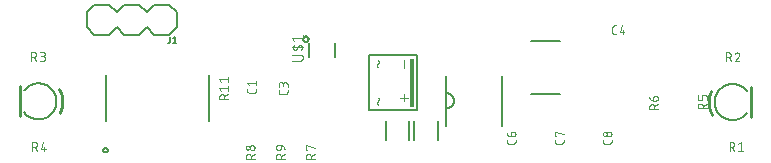
<source format=gbr>
G04 EAGLE Gerber RS-274X export*
G75*
%MOMM*%
%FSLAX34Y34*%
%LPD*%
%INSilkscreen Top*%
%IPPOS*%
%AMOC8*
5,1,8,0,0,1.08239X$1,22.5*%
G01*
%ADD10C,0.076200*%
%ADD11C,0.254000*%
%ADD12C,0.152400*%
%ADD13C,0.127000*%
%ADD14C,0.203200*%
%ADD15C,0.101600*%
%ADD16R,0.300000X4.100000*%
%ADD17C,0.150000*%


D10*
X602461Y31251D02*
X602461Y38617D01*
X604507Y38617D01*
X604596Y38615D01*
X604685Y38609D01*
X604774Y38599D01*
X604862Y38586D01*
X604950Y38569D01*
X605037Y38547D01*
X605122Y38522D01*
X605207Y38494D01*
X605290Y38461D01*
X605372Y38425D01*
X605452Y38386D01*
X605530Y38343D01*
X605606Y38297D01*
X605681Y38247D01*
X605753Y38194D01*
X605822Y38138D01*
X605889Y38079D01*
X605954Y38018D01*
X606015Y37953D01*
X606074Y37886D01*
X606130Y37817D01*
X606183Y37745D01*
X606233Y37670D01*
X606279Y37594D01*
X606322Y37516D01*
X606361Y37436D01*
X606397Y37354D01*
X606430Y37271D01*
X606458Y37186D01*
X606483Y37101D01*
X606505Y37014D01*
X606522Y36926D01*
X606535Y36838D01*
X606545Y36749D01*
X606551Y36660D01*
X606553Y36571D01*
X606551Y36482D01*
X606545Y36393D01*
X606535Y36304D01*
X606522Y36216D01*
X606505Y36128D01*
X606483Y36041D01*
X606458Y35956D01*
X606430Y35871D01*
X606397Y35788D01*
X606361Y35706D01*
X606322Y35626D01*
X606279Y35548D01*
X606233Y35472D01*
X606183Y35397D01*
X606130Y35325D01*
X606074Y35256D01*
X606015Y35189D01*
X605954Y35124D01*
X605889Y35063D01*
X605822Y35004D01*
X605753Y34948D01*
X605681Y34895D01*
X605606Y34845D01*
X605530Y34799D01*
X605452Y34756D01*
X605372Y34717D01*
X605290Y34681D01*
X605207Y34648D01*
X605122Y34620D01*
X605037Y34595D01*
X604950Y34573D01*
X604862Y34556D01*
X604774Y34543D01*
X604685Y34533D01*
X604596Y34527D01*
X604507Y34525D01*
X602461Y34525D01*
X604916Y34525D02*
X606553Y31251D01*
X609725Y36980D02*
X611771Y38617D01*
X611771Y31251D01*
X609725Y31251D02*
X613817Y31251D01*
X599491Y107031D02*
X599491Y114397D01*
X601537Y114397D01*
X601626Y114395D01*
X601715Y114389D01*
X601804Y114379D01*
X601892Y114366D01*
X601980Y114349D01*
X602067Y114327D01*
X602152Y114302D01*
X602237Y114274D01*
X602320Y114241D01*
X602402Y114205D01*
X602482Y114166D01*
X602560Y114123D01*
X602636Y114077D01*
X602711Y114027D01*
X602783Y113974D01*
X602852Y113918D01*
X602919Y113859D01*
X602984Y113798D01*
X603045Y113733D01*
X603104Y113666D01*
X603160Y113597D01*
X603213Y113525D01*
X603263Y113450D01*
X603309Y113374D01*
X603352Y113296D01*
X603391Y113216D01*
X603427Y113134D01*
X603460Y113051D01*
X603488Y112966D01*
X603513Y112881D01*
X603535Y112794D01*
X603552Y112706D01*
X603565Y112618D01*
X603575Y112529D01*
X603581Y112440D01*
X603583Y112351D01*
X603581Y112262D01*
X603575Y112173D01*
X603565Y112084D01*
X603552Y111996D01*
X603535Y111908D01*
X603513Y111821D01*
X603488Y111736D01*
X603460Y111651D01*
X603427Y111568D01*
X603391Y111486D01*
X603352Y111406D01*
X603309Y111328D01*
X603263Y111252D01*
X603213Y111177D01*
X603160Y111105D01*
X603104Y111036D01*
X603045Y110969D01*
X602984Y110904D01*
X602919Y110843D01*
X602852Y110784D01*
X602783Y110728D01*
X602711Y110675D01*
X602636Y110625D01*
X602560Y110579D01*
X602482Y110536D01*
X602402Y110497D01*
X602320Y110461D01*
X602237Y110428D01*
X602152Y110400D01*
X602067Y110375D01*
X601980Y110353D01*
X601892Y110336D01*
X601804Y110323D01*
X601715Y110313D01*
X601626Y110307D01*
X601537Y110305D01*
X599491Y110305D01*
X601946Y110305D02*
X603583Y107031D01*
X610848Y112556D02*
X610846Y112641D01*
X610840Y112726D01*
X610830Y112810D01*
X610817Y112894D01*
X610799Y112978D01*
X610778Y113060D01*
X610753Y113141D01*
X610724Y113221D01*
X610691Y113300D01*
X610655Y113377D01*
X610615Y113452D01*
X610572Y113526D01*
X610526Y113597D01*
X610476Y113666D01*
X610423Y113733D01*
X610367Y113797D01*
X610308Y113858D01*
X610247Y113917D01*
X610183Y113973D01*
X610116Y114026D01*
X610047Y114076D01*
X609976Y114122D01*
X609902Y114165D01*
X609827Y114205D01*
X609750Y114241D01*
X609671Y114274D01*
X609591Y114303D01*
X609510Y114328D01*
X609428Y114349D01*
X609344Y114367D01*
X609260Y114380D01*
X609176Y114390D01*
X609091Y114396D01*
X609006Y114398D01*
X609006Y114397D02*
X608910Y114395D01*
X608814Y114389D01*
X608719Y114379D01*
X608624Y114366D01*
X608529Y114348D01*
X608436Y114327D01*
X608343Y114302D01*
X608252Y114273D01*
X608161Y114241D01*
X608072Y114205D01*
X607985Y114165D01*
X607899Y114122D01*
X607815Y114076D01*
X607733Y114026D01*
X607653Y113972D01*
X607576Y113916D01*
X607501Y113856D01*
X607428Y113794D01*
X607358Y113728D01*
X607290Y113660D01*
X607225Y113589D01*
X607164Y113516D01*
X607105Y113440D01*
X607049Y113361D01*
X606997Y113281D01*
X606948Y113198D01*
X606902Y113114D01*
X606860Y113028D01*
X606822Y112940D01*
X606787Y112851D01*
X606755Y112760D01*
X610233Y111124D02*
X610293Y111183D01*
X610350Y111245D01*
X610405Y111309D01*
X610456Y111376D01*
X610505Y111445D01*
X610551Y111515D01*
X610594Y111588D01*
X610634Y111662D01*
X610670Y111738D01*
X610703Y111816D01*
X610733Y111895D01*
X610760Y111975D01*
X610783Y112056D01*
X610802Y112138D01*
X610818Y112220D01*
X610831Y112304D01*
X610840Y112388D01*
X610845Y112472D01*
X610847Y112556D01*
X610233Y111123D02*
X606755Y107031D01*
X610847Y107031D01*
X11331Y107261D02*
X11331Y114627D01*
X13377Y114627D01*
X13466Y114625D01*
X13555Y114619D01*
X13644Y114609D01*
X13732Y114596D01*
X13820Y114579D01*
X13907Y114557D01*
X13992Y114532D01*
X14077Y114504D01*
X14160Y114471D01*
X14242Y114435D01*
X14322Y114396D01*
X14400Y114353D01*
X14476Y114307D01*
X14551Y114257D01*
X14623Y114204D01*
X14692Y114148D01*
X14759Y114089D01*
X14824Y114028D01*
X14885Y113963D01*
X14944Y113896D01*
X15000Y113827D01*
X15053Y113755D01*
X15103Y113680D01*
X15149Y113604D01*
X15192Y113526D01*
X15231Y113446D01*
X15267Y113364D01*
X15300Y113281D01*
X15328Y113196D01*
X15353Y113111D01*
X15375Y113024D01*
X15392Y112936D01*
X15405Y112848D01*
X15415Y112759D01*
X15421Y112670D01*
X15423Y112581D01*
X15421Y112492D01*
X15415Y112403D01*
X15405Y112314D01*
X15392Y112226D01*
X15375Y112138D01*
X15353Y112051D01*
X15328Y111966D01*
X15300Y111881D01*
X15267Y111798D01*
X15231Y111716D01*
X15192Y111636D01*
X15149Y111558D01*
X15103Y111482D01*
X15053Y111407D01*
X15000Y111335D01*
X14944Y111266D01*
X14885Y111199D01*
X14824Y111134D01*
X14759Y111073D01*
X14692Y111014D01*
X14623Y110958D01*
X14551Y110905D01*
X14476Y110855D01*
X14400Y110809D01*
X14322Y110766D01*
X14242Y110727D01*
X14160Y110691D01*
X14077Y110658D01*
X13992Y110630D01*
X13907Y110605D01*
X13820Y110583D01*
X13732Y110566D01*
X13644Y110553D01*
X13555Y110543D01*
X13466Y110537D01*
X13377Y110535D01*
X11331Y110535D01*
X13786Y110535D02*
X15423Y107261D01*
X18595Y107261D02*
X20641Y107261D01*
X20730Y107263D01*
X20819Y107269D01*
X20908Y107279D01*
X20996Y107292D01*
X21084Y107309D01*
X21171Y107331D01*
X21256Y107356D01*
X21341Y107384D01*
X21424Y107417D01*
X21506Y107453D01*
X21586Y107492D01*
X21664Y107535D01*
X21740Y107581D01*
X21815Y107631D01*
X21887Y107684D01*
X21956Y107740D01*
X22023Y107799D01*
X22088Y107860D01*
X22149Y107925D01*
X22208Y107992D01*
X22264Y108061D01*
X22317Y108133D01*
X22367Y108208D01*
X22413Y108284D01*
X22456Y108362D01*
X22495Y108442D01*
X22531Y108524D01*
X22564Y108607D01*
X22592Y108692D01*
X22617Y108777D01*
X22639Y108864D01*
X22656Y108952D01*
X22669Y109040D01*
X22679Y109129D01*
X22685Y109218D01*
X22687Y109307D01*
X22685Y109396D01*
X22679Y109485D01*
X22669Y109574D01*
X22656Y109662D01*
X22639Y109750D01*
X22617Y109837D01*
X22592Y109922D01*
X22564Y110007D01*
X22531Y110090D01*
X22495Y110172D01*
X22456Y110252D01*
X22413Y110330D01*
X22367Y110406D01*
X22317Y110481D01*
X22264Y110553D01*
X22208Y110622D01*
X22149Y110689D01*
X22088Y110754D01*
X22023Y110815D01*
X21956Y110874D01*
X21887Y110930D01*
X21815Y110983D01*
X21740Y111033D01*
X21664Y111079D01*
X21586Y111122D01*
X21506Y111161D01*
X21424Y111197D01*
X21341Y111230D01*
X21256Y111258D01*
X21171Y111283D01*
X21084Y111305D01*
X20996Y111322D01*
X20908Y111335D01*
X20819Y111345D01*
X20730Y111351D01*
X20641Y111353D01*
X21050Y114627D02*
X18595Y114627D01*
X21050Y114627D02*
X21129Y114625D01*
X21208Y114619D01*
X21287Y114610D01*
X21365Y114597D01*
X21442Y114579D01*
X21518Y114559D01*
X21593Y114534D01*
X21667Y114506D01*
X21740Y114475D01*
X21811Y114439D01*
X21880Y114401D01*
X21947Y114359D01*
X22012Y114314D01*
X22075Y114266D01*
X22136Y114215D01*
X22193Y114161D01*
X22249Y114105D01*
X22301Y114046D01*
X22351Y113984D01*
X22397Y113920D01*
X22441Y113854D01*
X22481Y113786D01*
X22517Y113716D01*
X22551Y113644D01*
X22581Y113570D01*
X22607Y113496D01*
X22630Y113420D01*
X22648Y113343D01*
X22664Y113266D01*
X22675Y113187D01*
X22683Y113109D01*
X22687Y113030D01*
X22687Y112950D01*
X22683Y112871D01*
X22675Y112793D01*
X22664Y112714D01*
X22648Y112637D01*
X22630Y112560D01*
X22607Y112484D01*
X22581Y112410D01*
X22551Y112336D01*
X22517Y112264D01*
X22481Y112194D01*
X22441Y112126D01*
X22397Y112060D01*
X22351Y111996D01*
X22301Y111934D01*
X22249Y111875D01*
X22193Y111819D01*
X22136Y111765D01*
X22075Y111714D01*
X22012Y111666D01*
X21947Y111621D01*
X21880Y111579D01*
X21811Y111541D01*
X21740Y111505D01*
X21667Y111474D01*
X21593Y111446D01*
X21518Y111421D01*
X21442Y111401D01*
X21365Y111383D01*
X21287Y111370D01*
X21208Y111361D01*
X21129Y111355D01*
X21050Y111353D01*
X19413Y111353D01*
X12145Y38517D02*
X12145Y31151D01*
X12145Y38517D02*
X14191Y38517D01*
X14280Y38515D01*
X14369Y38509D01*
X14458Y38499D01*
X14546Y38486D01*
X14634Y38469D01*
X14721Y38447D01*
X14806Y38422D01*
X14891Y38394D01*
X14974Y38361D01*
X15056Y38325D01*
X15136Y38286D01*
X15214Y38243D01*
X15290Y38197D01*
X15365Y38147D01*
X15437Y38094D01*
X15506Y38038D01*
X15573Y37979D01*
X15638Y37918D01*
X15699Y37853D01*
X15758Y37786D01*
X15814Y37717D01*
X15867Y37645D01*
X15917Y37570D01*
X15963Y37494D01*
X16006Y37416D01*
X16045Y37336D01*
X16081Y37254D01*
X16114Y37171D01*
X16142Y37086D01*
X16167Y37001D01*
X16189Y36914D01*
X16206Y36826D01*
X16219Y36738D01*
X16229Y36649D01*
X16235Y36560D01*
X16237Y36471D01*
X16235Y36382D01*
X16229Y36293D01*
X16219Y36204D01*
X16206Y36116D01*
X16189Y36028D01*
X16167Y35941D01*
X16142Y35856D01*
X16114Y35771D01*
X16081Y35688D01*
X16045Y35606D01*
X16006Y35526D01*
X15963Y35448D01*
X15917Y35372D01*
X15867Y35297D01*
X15814Y35225D01*
X15758Y35156D01*
X15699Y35089D01*
X15638Y35024D01*
X15573Y34963D01*
X15506Y34904D01*
X15437Y34848D01*
X15365Y34795D01*
X15290Y34745D01*
X15214Y34699D01*
X15136Y34656D01*
X15056Y34617D01*
X14974Y34581D01*
X14891Y34548D01*
X14806Y34520D01*
X14721Y34495D01*
X14634Y34473D01*
X14546Y34456D01*
X14458Y34443D01*
X14369Y34433D01*
X14280Y34427D01*
X14191Y34425D01*
X12145Y34425D01*
X14600Y34425D02*
X16237Y31151D01*
X19409Y32788D02*
X21046Y38517D01*
X19409Y32788D02*
X23501Y32788D01*
X22274Y34425D02*
X22274Y31151D01*
D11*
X620748Y59840D02*
X620748Y85240D01*
D12*
X593292Y82296D02*
X593062Y82012D01*
X592838Y81724D01*
X592622Y81430D01*
X592412Y81131D01*
X592210Y80827D01*
X592015Y80518D01*
X591828Y80205D01*
X591648Y79887D01*
X591476Y79565D01*
X591311Y79239D01*
X591155Y78909D01*
X591006Y78576D01*
X590866Y78239D01*
X590733Y77899D01*
X590609Y77556D01*
X590493Y77209D01*
X590385Y76861D01*
X590286Y76509D01*
X590195Y76156D01*
X590113Y75800D01*
X590039Y75442D01*
X589974Y75083D01*
X589917Y74723D01*
X589869Y74361D01*
X589830Y73998D01*
X589799Y73634D01*
X589777Y73270D01*
X589764Y72905D01*
X589760Y72540D01*
X589764Y72171D01*
X589778Y71802D01*
X589800Y71434D01*
X589831Y71066D01*
X589871Y70699D01*
X589920Y70333D01*
X589978Y69969D01*
X590045Y69606D01*
X590120Y69244D01*
X590205Y68885D01*
X590297Y68528D01*
X590399Y68173D01*
X590509Y67821D01*
X590627Y67471D01*
X590754Y67124D01*
X590890Y66781D01*
X591033Y66441D01*
X591185Y66104D01*
X591345Y65772D01*
X591513Y65443D01*
X591689Y65118D01*
X591873Y64798D01*
X592064Y64483D01*
X592263Y64172D01*
X592469Y63866D01*
X592683Y63565D01*
X592904Y63269D01*
X593132Y62979D01*
X593367Y62694D01*
X593609Y62415D01*
X605000Y87780D02*
X605372Y87775D01*
X605743Y87762D01*
X606114Y87739D01*
X606484Y87708D01*
X606853Y87667D01*
X607221Y87617D01*
X607588Y87559D01*
X607953Y87491D01*
X608317Y87415D01*
X608678Y87330D01*
X609037Y87235D01*
X609394Y87133D01*
X609749Y87021D01*
X610100Y86901D01*
X610449Y86773D01*
X610794Y86636D01*
X611136Y86490D01*
X611474Y86337D01*
X611808Y86175D01*
X612138Y86005D01*
X612464Y85827D01*
X612786Y85641D01*
X613103Y85447D01*
X613415Y85246D01*
X613722Y85037D01*
X614024Y84821D01*
X614321Y84597D01*
X614612Y84367D01*
X614897Y84129D01*
X615177Y83884D01*
X615450Y83633D01*
X615717Y83375D01*
X615978Y83111D01*
X616233Y82840D01*
X616480Y82563D01*
X616721Y82280D01*
X616955Y81992D01*
X617182Y81698D01*
X617401Y81398D01*
X605000Y87780D02*
X604628Y87775D01*
X604257Y87762D01*
X603885Y87739D01*
X603515Y87707D01*
X603145Y87667D01*
X602777Y87617D01*
X602409Y87558D01*
X602044Y87491D01*
X601680Y87414D01*
X601318Y87328D01*
X600958Y87234D01*
X600601Y87131D01*
X600246Y87020D01*
X599894Y86899D01*
X599545Y86770D01*
X599200Y86633D01*
X598858Y86487D01*
X598519Y86333D01*
X598184Y86171D01*
X597854Y86001D01*
X597528Y85822D01*
X597206Y85636D01*
X596888Y85442D01*
X596576Y85240D01*
X596269Y85031D01*
X595967Y84814D01*
X595670Y84590D01*
X595378Y84359D01*
X595093Y84121D01*
X594813Y83875D01*
X594540Y83623D01*
X594272Y83365D01*
X594012Y83100D01*
X593757Y82829D01*
X593509Y82551D01*
X593269Y82268D01*
X593035Y81979D01*
X592808Y81684D01*
X605000Y57300D02*
X605364Y57304D01*
X605729Y57317D01*
X606093Y57339D01*
X606457Y57370D01*
X606820Y57409D01*
X607181Y57457D01*
X607542Y57513D01*
X607901Y57579D01*
X608258Y57652D01*
X608614Y57735D01*
X608967Y57825D01*
X609318Y57925D01*
X609667Y58032D01*
X610013Y58148D01*
X610356Y58272D01*
X610696Y58404D01*
X611033Y58545D01*
X611366Y58693D01*
X611696Y58850D01*
X612021Y59014D01*
X612343Y59186D01*
X612661Y59366D01*
X612974Y59553D01*
X613283Y59747D01*
X613586Y59949D01*
X613885Y60158D01*
X614179Y60375D01*
X614468Y60598D01*
X614751Y60828D01*
X615029Y61065D01*
X615300Y61308D01*
X615566Y61558D01*
X615826Y61814D01*
X616080Y62077D01*
X616327Y62345D01*
X616568Y62619D01*
X616802Y62899D01*
X617030Y63184D01*
X605000Y57300D02*
X604636Y57304D01*
X604271Y57317D01*
X603907Y57339D01*
X603543Y57370D01*
X603180Y57409D01*
X602819Y57457D01*
X602458Y57513D01*
X602099Y57579D01*
X601742Y57652D01*
X601386Y57735D01*
X601033Y57825D01*
X600682Y57925D01*
X600333Y58032D01*
X599987Y58148D01*
X599644Y58272D01*
X599304Y58404D01*
X598967Y58545D01*
X598634Y58693D01*
X598304Y58850D01*
X597979Y59014D01*
X597657Y59186D01*
X597339Y59366D01*
X597026Y59553D01*
X596717Y59747D01*
X596414Y59949D01*
X596115Y60158D01*
X595821Y60375D01*
X595532Y60598D01*
X595249Y60828D01*
X594971Y61065D01*
X594700Y61308D01*
X594434Y61558D01*
X594174Y61814D01*
X593920Y62077D01*
X593673Y62345D01*
X593432Y62619D01*
X593198Y62899D01*
X592970Y63184D01*
D11*
X584680Y72540D02*
X584686Y73018D01*
X584702Y73496D01*
X584731Y73973D01*
X584770Y74449D01*
X584820Y74924D01*
X584882Y75398D01*
X584955Y75871D01*
X585039Y76341D01*
X585134Y76810D01*
X585240Y77276D01*
X585356Y77739D01*
X585484Y78200D01*
X585623Y78657D01*
X585772Y79111D01*
X585932Y79562D01*
X586102Y80008D01*
X586283Y80451D01*
X586474Y80889D01*
X586676Y81322D01*
X586887Y81751D01*
X587109Y82174D01*
X584680Y72540D02*
X584686Y72053D01*
X584703Y71566D01*
X584733Y71079D01*
X584773Y70594D01*
X584826Y70109D01*
X584890Y69626D01*
X584966Y69144D01*
X585053Y68665D01*
X585151Y68188D01*
X585261Y67713D01*
X585383Y67241D01*
X585516Y66772D01*
X585660Y66306D01*
X585815Y65844D01*
X585981Y65386D01*
X586158Y64932D01*
X586346Y64482D01*
X586544Y64037D01*
X586753Y63597D01*
X586973Y63162D01*
X587203Y62732D01*
X587444Y62308D01*
X587694Y61890D01*
X1612Y60400D02*
X1612Y85800D01*
D12*
X32600Y73100D02*
X32596Y72735D01*
X32583Y72370D01*
X32561Y72006D01*
X32530Y71642D01*
X32491Y71279D01*
X32443Y70917D01*
X32386Y70557D01*
X32321Y70198D01*
X32247Y69840D01*
X32165Y69484D01*
X32074Y69131D01*
X31975Y68779D01*
X31867Y68431D01*
X31751Y68084D01*
X31627Y67741D01*
X31494Y67401D01*
X31354Y67064D01*
X31205Y66731D01*
X31049Y66401D01*
X30884Y66075D01*
X30712Y65753D01*
X30532Y65435D01*
X30345Y65122D01*
X30150Y64813D01*
X29948Y64509D01*
X29738Y64210D01*
X29522Y63916D01*
X29298Y63628D01*
X29068Y63344D01*
X32600Y73100D02*
X32596Y73469D01*
X32582Y73838D01*
X32560Y74206D01*
X32529Y74574D01*
X32489Y74941D01*
X32440Y75307D01*
X32382Y75671D01*
X32315Y76034D01*
X32240Y76396D01*
X32155Y76755D01*
X32063Y77112D01*
X31961Y77467D01*
X31851Y77819D01*
X31733Y78169D01*
X31606Y78516D01*
X31470Y78859D01*
X31327Y79199D01*
X31175Y79536D01*
X31015Y79868D01*
X30847Y80197D01*
X30671Y80522D01*
X30487Y80842D01*
X30296Y81157D01*
X30097Y81468D01*
X29891Y81774D01*
X29677Y82075D01*
X29456Y82371D01*
X29228Y82661D01*
X28993Y82946D01*
X28751Y83225D01*
X17360Y57860D02*
X16988Y57865D01*
X16617Y57878D01*
X16246Y57901D01*
X15876Y57932D01*
X15507Y57973D01*
X15139Y58023D01*
X14772Y58081D01*
X14407Y58149D01*
X14043Y58225D01*
X13682Y58310D01*
X13323Y58405D01*
X12966Y58507D01*
X12611Y58619D01*
X12260Y58739D01*
X11911Y58867D01*
X11566Y59004D01*
X11224Y59150D01*
X10886Y59303D01*
X10552Y59465D01*
X10222Y59635D01*
X9896Y59813D01*
X9574Y59999D01*
X9257Y60193D01*
X8945Y60394D01*
X8638Y60603D01*
X8336Y60819D01*
X8039Y61043D01*
X7748Y61273D01*
X7463Y61511D01*
X7183Y61756D01*
X6910Y62007D01*
X6643Y62265D01*
X6382Y62529D01*
X6127Y62800D01*
X5880Y63077D01*
X5639Y63360D01*
X5405Y63648D01*
X5178Y63942D01*
X4959Y64242D01*
X17360Y57860D02*
X17732Y57865D01*
X18103Y57878D01*
X18475Y57901D01*
X18845Y57933D01*
X19215Y57973D01*
X19583Y58023D01*
X19951Y58082D01*
X20316Y58149D01*
X20680Y58226D01*
X21042Y58312D01*
X21402Y58406D01*
X21759Y58509D01*
X22114Y58620D01*
X22466Y58741D01*
X22815Y58870D01*
X23160Y59007D01*
X23502Y59153D01*
X23841Y59307D01*
X24176Y59469D01*
X24506Y59639D01*
X24832Y59818D01*
X25154Y60004D01*
X25472Y60198D01*
X25784Y60400D01*
X26091Y60609D01*
X26393Y60826D01*
X26690Y61050D01*
X26982Y61281D01*
X27267Y61519D01*
X27547Y61765D01*
X27820Y62017D01*
X28088Y62275D01*
X28348Y62540D01*
X28603Y62811D01*
X28851Y63089D01*
X29091Y63372D01*
X29325Y63661D01*
X29552Y63956D01*
X17360Y88340D02*
X16996Y88336D01*
X16631Y88323D01*
X16267Y88301D01*
X15903Y88270D01*
X15540Y88231D01*
X15179Y88183D01*
X14818Y88127D01*
X14459Y88061D01*
X14102Y87988D01*
X13746Y87905D01*
X13393Y87815D01*
X13042Y87715D01*
X12693Y87608D01*
X12347Y87492D01*
X12004Y87368D01*
X11664Y87236D01*
X11327Y87095D01*
X10994Y86947D01*
X10664Y86790D01*
X10339Y86626D01*
X10017Y86454D01*
X9699Y86274D01*
X9386Y86087D01*
X9077Y85893D01*
X8774Y85691D01*
X8475Y85482D01*
X8181Y85265D01*
X7892Y85042D01*
X7609Y84812D01*
X7331Y84575D01*
X7060Y84332D01*
X6794Y84082D01*
X6534Y83826D01*
X6280Y83563D01*
X6033Y83295D01*
X5792Y83021D01*
X5558Y82741D01*
X5330Y82456D01*
X17360Y88340D02*
X17724Y88336D01*
X18089Y88323D01*
X18453Y88301D01*
X18817Y88270D01*
X19180Y88231D01*
X19541Y88183D01*
X19902Y88127D01*
X20261Y88061D01*
X20618Y87988D01*
X20974Y87905D01*
X21327Y87815D01*
X21678Y87715D01*
X22027Y87608D01*
X22373Y87492D01*
X22716Y87368D01*
X23056Y87236D01*
X23393Y87095D01*
X23726Y86947D01*
X24056Y86790D01*
X24381Y86626D01*
X24703Y86454D01*
X25021Y86274D01*
X25334Y86087D01*
X25643Y85893D01*
X25946Y85691D01*
X26245Y85482D01*
X26539Y85265D01*
X26828Y85042D01*
X27111Y84812D01*
X27389Y84575D01*
X27660Y84332D01*
X27926Y84082D01*
X28186Y83826D01*
X28440Y83563D01*
X28687Y83295D01*
X28928Y83021D01*
X29162Y82741D01*
X29390Y82456D01*
D11*
X37680Y73100D02*
X37674Y72622D01*
X37658Y72144D01*
X37629Y71667D01*
X37590Y71191D01*
X37540Y70716D01*
X37478Y70242D01*
X37405Y69769D01*
X37321Y69299D01*
X37226Y68830D01*
X37120Y68364D01*
X37004Y67901D01*
X36876Y67440D01*
X36737Y66983D01*
X36588Y66529D01*
X36428Y66078D01*
X36258Y65632D01*
X36077Y65189D01*
X35886Y64751D01*
X35684Y64318D01*
X35473Y63889D01*
X35251Y63466D01*
X37680Y73100D02*
X37674Y73587D01*
X37657Y74074D01*
X37627Y74561D01*
X37587Y75046D01*
X37534Y75531D01*
X37470Y76014D01*
X37394Y76496D01*
X37307Y76975D01*
X37209Y77452D01*
X37099Y77927D01*
X36977Y78399D01*
X36844Y78868D01*
X36700Y79334D01*
X36545Y79796D01*
X36379Y80254D01*
X36202Y80708D01*
X36014Y81158D01*
X35816Y81603D01*
X35607Y82043D01*
X35387Y82478D01*
X35157Y82908D01*
X34916Y83332D01*
X34666Y83750D01*
D13*
X246810Y110840D02*
X246810Y122840D01*
X268810Y122840D02*
X268810Y110840D01*
X241574Y125840D02*
X241576Y125934D01*
X241582Y126028D01*
X241592Y126122D01*
X241606Y126215D01*
X241624Y126308D01*
X241645Y126400D01*
X241671Y126490D01*
X241700Y126580D01*
X241733Y126668D01*
X241770Y126755D01*
X241810Y126840D01*
X241854Y126924D01*
X241902Y127005D01*
X241952Y127085D01*
X242007Y127162D01*
X242064Y127237D01*
X242124Y127309D01*
X242188Y127379D01*
X242254Y127446D01*
X242323Y127510D01*
X242395Y127571D01*
X242469Y127629D01*
X242546Y127684D01*
X242625Y127736D01*
X242706Y127784D01*
X242789Y127829D01*
X242873Y127870D01*
X242960Y127908D01*
X243048Y127942D01*
X243137Y127972D01*
X243227Y127999D01*
X243319Y128021D01*
X243411Y128040D01*
X243505Y128055D01*
X243598Y128066D01*
X243692Y128073D01*
X243786Y128076D01*
X243881Y128075D01*
X243975Y128070D01*
X244069Y128061D01*
X244162Y128048D01*
X244255Y128031D01*
X244347Y128011D01*
X244438Y127986D01*
X244528Y127958D01*
X244616Y127926D01*
X244704Y127890D01*
X244789Y127850D01*
X244873Y127807D01*
X244955Y127761D01*
X245035Y127711D01*
X245113Y127657D01*
X245188Y127601D01*
X245261Y127541D01*
X245332Y127478D01*
X245399Y127413D01*
X245464Y127344D01*
X245526Y127273D01*
X245585Y127200D01*
X245641Y127124D01*
X245693Y127045D01*
X245742Y126965D01*
X245788Y126882D01*
X245830Y126798D01*
X245869Y126712D01*
X245904Y126624D01*
X245935Y126535D01*
X245963Y126445D01*
X245986Y126354D01*
X246006Y126262D01*
X246022Y126169D01*
X246034Y126075D01*
X246042Y125981D01*
X246046Y125887D01*
X246046Y125793D01*
X246042Y125699D01*
X246034Y125605D01*
X246022Y125511D01*
X246006Y125418D01*
X245986Y125326D01*
X245963Y125235D01*
X245935Y125145D01*
X245904Y125056D01*
X245869Y124968D01*
X245830Y124882D01*
X245788Y124798D01*
X245742Y124715D01*
X245693Y124635D01*
X245641Y124556D01*
X245585Y124480D01*
X245526Y124407D01*
X245464Y124336D01*
X245399Y124267D01*
X245332Y124202D01*
X245261Y124139D01*
X245188Y124079D01*
X245113Y124023D01*
X245035Y123969D01*
X244955Y123919D01*
X244873Y123873D01*
X244789Y123830D01*
X244704Y123790D01*
X244616Y123754D01*
X244528Y123722D01*
X244438Y123694D01*
X244347Y123669D01*
X244255Y123649D01*
X244162Y123632D01*
X244069Y123619D01*
X243975Y123610D01*
X243881Y123605D01*
X243786Y123604D01*
X243692Y123607D01*
X243598Y123614D01*
X243505Y123625D01*
X243411Y123640D01*
X243319Y123659D01*
X243227Y123681D01*
X243137Y123708D01*
X243048Y123738D01*
X242960Y123772D01*
X242873Y123810D01*
X242789Y123851D01*
X242706Y123896D01*
X242625Y123944D01*
X242546Y123996D01*
X242469Y124051D01*
X242395Y124109D01*
X242323Y124170D01*
X242254Y124234D01*
X242188Y124301D01*
X242124Y124371D01*
X242064Y124443D01*
X242007Y124518D01*
X241952Y124595D01*
X241902Y124675D01*
X241854Y124756D01*
X241810Y124840D01*
X241770Y124925D01*
X241733Y125012D01*
X241700Y125100D01*
X241671Y125190D01*
X241645Y125280D01*
X241624Y125372D01*
X241606Y125465D01*
X241592Y125558D01*
X241582Y125652D01*
X241576Y125746D01*
X241574Y125840D01*
D10*
X238673Y107381D02*
X232001Y107381D01*
X238673Y107381D02*
X238772Y107383D01*
X238872Y107389D01*
X238971Y107398D01*
X239069Y107412D01*
X239167Y107429D01*
X239265Y107450D01*
X239361Y107475D01*
X239456Y107504D01*
X239551Y107536D01*
X239643Y107572D01*
X239735Y107611D01*
X239825Y107654D01*
X239913Y107700D01*
X239999Y107750D01*
X240083Y107803D01*
X240165Y107859D01*
X240245Y107919D01*
X240322Y107981D01*
X240397Y108047D01*
X240470Y108115D01*
X240539Y108186D01*
X240606Y108260D01*
X240670Y108336D01*
X240731Y108415D01*
X240789Y108496D01*
X240844Y108579D01*
X240895Y108664D01*
X240943Y108751D01*
X240988Y108840D01*
X241029Y108931D01*
X241067Y109023D01*
X241101Y109116D01*
X241131Y109211D01*
X241158Y109307D01*
X241181Y109404D01*
X241200Y109501D01*
X241215Y109600D01*
X241227Y109699D01*
X241235Y109798D01*
X241239Y109897D01*
X241239Y109997D01*
X241235Y110096D01*
X241227Y110195D01*
X241215Y110294D01*
X241200Y110393D01*
X241181Y110490D01*
X241158Y110587D01*
X241131Y110683D01*
X241101Y110778D01*
X241067Y110871D01*
X241029Y110963D01*
X240988Y111054D01*
X240943Y111143D01*
X240895Y111230D01*
X240844Y111315D01*
X240789Y111398D01*
X240731Y111479D01*
X240670Y111558D01*
X240606Y111634D01*
X240539Y111708D01*
X240470Y111779D01*
X240397Y111847D01*
X240322Y111913D01*
X240245Y111975D01*
X240165Y112035D01*
X240083Y112091D01*
X239999Y112144D01*
X239913Y112194D01*
X239825Y112240D01*
X239735Y112283D01*
X239643Y112322D01*
X239551Y112358D01*
X239456Y112390D01*
X239361Y112419D01*
X239265Y112444D01*
X239167Y112465D01*
X239069Y112482D01*
X238971Y112496D01*
X238872Y112505D01*
X238772Y112511D01*
X238673Y112513D01*
X232001Y112513D01*
X232001Y118647D02*
X241239Y118647D01*
X236620Y118647D02*
X235850Y117364D01*
X235851Y117364D02*
X235809Y117299D01*
X235764Y117236D01*
X235717Y117175D01*
X235666Y117117D01*
X235612Y117061D01*
X235556Y117008D01*
X235497Y116958D01*
X235435Y116912D01*
X235372Y116868D01*
X235306Y116827D01*
X235238Y116790D01*
X235168Y116757D01*
X235097Y116726D01*
X235025Y116700D01*
X234951Y116677D01*
X234876Y116658D01*
X234800Y116643D01*
X234724Y116632D01*
X234647Y116624D01*
X234570Y116620D01*
X234492Y116621D01*
X234415Y116625D01*
X234338Y116633D01*
X234262Y116645D01*
X234186Y116660D01*
X234111Y116680D01*
X234038Y116703D01*
X233965Y116730D01*
X233894Y116761D01*
X233825Y116795D01*
X233757Y116833D01*
X233692Y116873D01*
X233628Y116918D01*
X233567Y116965D01*
X233509Y117015D01*
X233452Y117069D01*
X233399Y117125D01*
X233349Y117183D01*
X233301Y117244D01*
X233257Y117308D01*
X233216Y117373D01*
X233179Y117441D01*
X233144Y117510D01*
X233114Y117581D01*
X233087Y117653D01*
X233063Y117727D01*
X233044Y117802D01*
X233028Y117877D01*
X233027Y117877D02*
X233007Y117998D01*
X232991Y118119D01*
X232978Y118240D01*
X232968Y118362D01*
X232963Y118484D01*
X232961Y118606D01*
X232963Y118728D01*
X232968Y118850D01*
X232977Y118972D01*
X232990Y119094D01*
X233007Y119215D01*
X233027Y119335D01*
X233050Y119455D01*
X233077Y119574D01*
X233108Y119693D01*
X233143Y119810D01*
X233181Y119926D01*
X233222Y120041D01*
X233267Y120155D01*
X233315Y120267D01*
X233366Y120378D01*
X233421Y120487D01*
X233479Y120594D01*
X233540Y120700D01*
X236620Y118647D02*
X237390Y119930D01*
X237389Y119930D02*
X237431Y119995D01*
X237476Y120058D01*
X237523Y120119D01*
X237574Y120177D01*
X237628Y120233D01*
X237684Y120286D01*
X237743Y120336D01*
X237805Y120382D01*
X237868Y120426D01*
X237934Y120467D01*
X238002Y120504D01*
X238072Y120537D01*
X238143Y120568D01*
X238215Y120594D01*
X238289Y120617D01*
X238364Y120636D01*
X238440Y120651D01*
X238516Y120662D01*
X238593Y120670D01*
X238671Y120674D01*
X238748Y120673D01*
X238825Y120669D01*
X238902Y120661D01*
X238978Y120649D01*
X239054Y120634D01*
X239129Y120614D01*
X239202Y120591D01*
X239275Y120564D01*
X239346Y120533D01*
X239415Y120499D01*
X239483Y120461D01*
X239548Y120421D01*
X239612Y120376D01*
X239673Y120329D01*
X239731Y120279D01*
X239788Y120225D01*
X239841Y120169D01*
X239891Y120111D01*
X239939Y120050D01*
X239983Y119986D01*
X240024Y119921D01*
X240061Y119853D01*
X240096Y119784D01*
X240126Y119713D01*
X240153Y119641D01*
X240177Y119567D01*
X240196Y119492D01*
X240212Y119417D01*
X240213Y119417D02*
X240233Y119296D01*
X240249Y119175D01*
X240262Y119054D01*
X240272Y118932D01*
X240277Y118810D01*
X240279Y118688D01*
X240277Y118566D01*
X240272Y118444D01*
X240263Y118322D01*
X240250Y118200D01*
X240233Y118079D01*
X240213Y117959D01*
X240190Y117839D01*
X240163Y117720D01*
X240132Y117602D01*
X240097Y117484D01*
X240060Y117368D01*
X240018Y117253D01*
X239973Y117140D01*
X239925Y117027D01*
X239874Y116916D01*
X239819Y116807D01*
X239761Y116700D01*
X239700Y116594D01*
X234054Y124481D02*
X232001Y127047D01*
X241239Y127047D01*
X241239Y124481D02*
X241239Y129613D01*
D13*
X434590Y79250D02*
X459230Y79250D01*
X459230Y123950D02*
X434590Y123950D01*
D14*
X337500Y112400D02*
X337500Y65400D01*
X297500Y65400D01*
X297500Y112400D01*
X337500Y112400D01*
D15*
X327200Y107950D02*
X327200Y101600D01*
X330200Y76200D02*
X323850Y76200D01*
X326950Y79350D02*
X326950Y73000D01*
X304750Y104900D02*
X304816Y104958D01*
X304879Y105019D01*
X304939Y105082D01*
X304997Y105148D01*
X305051Y105217D01*
X305103Y105288D01*
X305151Y105361D01*
X305196Y105436D01*
X305237Y105513D01*
X305275Y105592D01*
X305309Y105673D01*
X305340Y105755D01*
X305367Y105838D01*
X305390Y105923D01*
X305409Y106008D01*
X305425Y106095D01*
X305437Y106181D01*
X305445Y106269D01*
X305449Y106356D01*
X305449Y106444D01*
X305445Y106531D01*
X305437Y106619D01*
X305425Y106705D01*
X305409Y106792D01*
X305390Y106877D01*
X305367Y106962D01*
X305340Y107045D01*
X305309Y107127D01*
X305275Y107208D01*
X305237Y107287D01*
X305196Y107364D01*
X305151Y107439D01*
X305103Y107512D01*
X305051Y107583D01*
X304997Y107652D01*
X304939Y107718D01*
X304879Y107781D01*
X304816Y107842D01*
X304750Y107900D01*
X304750Y104900D02*
X304684Y104842D01*
X304621Y104781D01*
X304561Y104718D01*
X304503Y104652D01*
X304449Y104583D01*
X304397Y104512D01*
X304349Y104439D01*
X304304Y104364D01*
X304263Y104287D01*
X304225Y104208D01*
X304191Y104127D01*
X304160Y104045D01*
X304133Y103962D01*
X304110Y103877D01*
X304091Y103792D01*
X304075Y103705D01*
X304063Y103619D01*
X304055Y103531D01*
X304051Y103444D01*
X304051Y103356D01*
X304055Y103269D01*
X304063Y103181D01*
X304075Y103095D01*
X304091Y103008D01*
X304110Y102923D01*
X304133Y102838D01*
X304160Y102755D01*
X304191Y102673D01*
X304225Y102592D01*
X304263Y102513D01*
X304304Y102436D01*
X304349Y102361D01*
X304397Y102288D01*
X304449Y102217D01*
X304503Y102148D01*
X304561Y102082D01*
X304621Y102019D01*
X304684Y101958D01*
X304750Y101900D01*
X304750Y76150D02*
X304816Y76092D01*
X304879Y76031D01*
X304939Y75968D01*
X304997Y75902D01*
X305051Y75833D01*
X305103Y75762D01*
X305151Y75689D01*
X305196Y75614D01*
X305237Y75537D01*
X305275Y75458D01*
X305309Y75377D01*
X305340Y75295D01*
X305367Y75212D01*
X305390Y75127D01*
X305409Y75042D01*
X305425Y74955D01*
X305437Y74869D01*
X305445Y74781D01*
X305449Y74694D01*
X305449Y74606D01*
X305445Y74519D01*
X305437Y74431D01*
X305425Y74345D01*
X305409Y74258D01*
X305390Y74173D01*
X305367Y74088D01*
X305340Y74005D01*
X305309Y73923D01*
X305275Y73842D01*
X305237Y73763D01*
X305196Y73686D01*
X305151Y73611D01*
X305103Y73538D01*
X305051Y73467D01*
X304997Y73398D01*
X304939Y73332D01*
X304879Y73269D01*
X304816Y73208D01*
X304750Y73150D01*
X304684Y73092D01*
X304621Y73031D01*
X304561Y72968D01*
X304503Y72902D01*
X304449Y72833D01*
X304397Y72762D01*
X304349Y72689D01*
X304304Y72614D01*
X304263Y72537D01*
X304225Y72458D01*
X304191Y72377D01*
X304160Y72295D01*
X304133Y72212D01*
X304110Y72127D01*
X304091Y72042D01*
X304075Y71955D01*
X304063Y71869D01*
X304055Y71781D01*
X304051Y71694D01*
X304051Y71606D01*
X304055Y71519D01*
X304063Y71431D01*
X304075Y71345D01*
X304091Y71258D01*
X304110Y71173D01*
X304133Y71088D01*
X304160Y71005D01*
X304191Y70923D01*
X304225Y70842D01*
X304263Y70763D01*
X304304Y70686D01*
X304349Y70611D01*
X304397Y70538D01*
X304449Y70467D01*
X304503Y70398D01*
X304561Y70332D01*
X304621Y70269D01*
X304684Y70208D01*
X304750Y70150D01*
D16*
X334000Y88900D03*
D10*
X575691Y67003D02*
X583057Y67003D01*
X575691Y67003D02*
X575691Y69049D01*
X575693Y69138D01*
X575699Y69227D01*
X575709Y69316D01*
X575722Y69404D01*
X575739Y69492D01*
X575761Y69579D01*
X575786Y69664D01*
X575814Y69749D01*
X575847Y69832D01*
X575883Y69914D01*
X575922Y69994D01*
X575965Y70072D01*
X576011Y70148D01*
X576061Y70223D01*
X576114Y70295D01*
X576170Y70364D01*
X576229Y70431D01*
X576290Y70496D01*
X576355Y70557D01*
X576422Y70616D01*
X576491Y70672D01*
X576563Y70725D01*
X576638Y70775D01*
X576714Y70821D01*
X576792Y70864D01*
X576872Y70903D01*
X576954Y70939D01*
X577037Y70972D01*
X577122Y71000D01*
X577207Y71025D01*
X577294Y71047D01*
X577382Y71064D01*
X577470Y71077D01*
X577559Y71087D01*
X577648Y71093D01*
X577737Y71095D01*
X577826Y71093D01*
X577915Y71087D01*
X578004Y71077D01*
X578092Y71064D01*
X578180Y71047D01*
X578267Y71025D01*
X578352Y71000D01*
X578437Y70972D01*
X578520Y70939D01*
X578602Y70903D01*
X578682Y70864D01*
X578760Y70821D01*
X578836Y70775D01*
X578911Y70725D01*
X578983Y70672D01*
X579052Y70616D01*
X579119Y70557D01*
X579184Y70496D01*
X579245Y70431D01*
X579304Y70364D01*
X579360Y70295D01*
X579413Y70223D01*
X579463Y70148D01*
X579509Y70072D01*
X579552Y69994D01*
X579591Y69914D01*
X579627Y69832D01*
X579660Y69749D01*
X579688Y69664D01*
X579713Y69579D01*
X579735Y69492D01*
X579752Y69404D01*
X579765Y69316D01*
X579775Y69227D01*
X579781Y69138D01*
X579783Y69049D01*
X579783Y67003D01*
X579783Y69458D02*
X583057Y71095D01*
X583057Y74267D02*
X583057Y76722D01*
X583055Y76800D01*
X583050Y76878D01*
X583040Y76955D01*
X583027Y77032D01*
X583011Y77108D01*
X582991Y77183D01*
X582967Y77257D01*
X582940Y77330D01*
X582909Y77402D01*
X582875Y77472D01*
X582838Y77541D01*
X582797Y77607D01*
X582753Y77672D01*
X582707Y77734D01*
X582657Y77794D01*
X582605Y77852D01*
X582550Y77907D01*
X582492Y77959D01*
X582432Y78009D01*
X582370Y78055D01*
X582305Y78099D01*
X582239Y78140D01*
X582170Y78177D01*
X582100Y78211D01*
X582028Y78242D01*
X581955Y78269D01*
X581881Y78293D01*
X581806Y78313D01*
X581730Y78329D01*
X581653Y78342D01*
X581576Y78352D01*
X581498Y78357D01*
X581420Y78359D01*
X580602Y78359D01*
X580522Y78357D01*
X580442Y78351D01*
X580362Y78341D01*
X580283Y78328D01*
X580204Y78310D01*
X580127Y78289D01*
X580051Y78263D01*
X579976Y78234D01*
X579902Y78202D01*
X579830Y78166D01*
X579760Y78126D01*
X579693Y78083D01*
X579627Y78037D01*
X579564Y77987D01*
X579503Y77935D01*
X579444Y77880D01*
X579389Y77821D01*
X579337Y77761D01*
X579287Y77697D01*
X579241Y77631D01*
X579198Y77564D01*
X579158Y77494D01*
X579122Y77422D01*
X579090Y77348D01*
X579061Y77274D01*
X579035Y77197D01*
X579014Y77120D01*
X578996Y77041D01*
X578983Y76962D01*
X578973Y76882D01*
X578967Y76802D01*
X578965Y76722D01*
X578965Y74267D01*
X575691Y74267D01*
X575691Y78359D01*
X541909Y66421D02*
X534543Y66421D01*
X534543Y68467D01*
X534545Y68556D01*
X534551Y68645D01*
X534561Y68734D01*
X534574Y68822D01*
X534591Y68910D01*
X534613Y68997D01*
X534638Y69082D01*
X534666Y69167D01*
X534699Y69250D01*
X534735Y69332D01*
X534774Y69412D01*
X534817Y69490D01*
X534863Y69566D01*
X534913Y69641D01*
X534966Y69713D01*
X535022Y69782D01*
X535081Y69849D01*
X535142Y69914D01*
X535207Y69975D01*
X535274Y70034D01*
X535343Y70090D01*
X535415Y70143D01*
X535490Y70193D01*
X535566Y70239D01*
X535644Y70282D01*
X535724Y70321D01*
X535806Y70357D01*
X535889Y70390D01*
X535974Y70418D01*
X536059Y70443D01*
X536146Y70465D01*
X536234Y70482D01*
X536322Y70495D01*
X536411Y70505D01*
X536500Y70511D01*
X536589Y70513D01*
X536678Y70511D01*
X536767Y70505D01*
X536856Y70495D01*
X536944Y70482D01*
X537032Y70465D01*
X537119Y70443D01*
X537204Y70418D01*
X537289Y70390D01*
X537372Y70357D01*
X537454Y70321D01*
X537534Y70282D01*
X537612Y70239D01*
X537688Y70193D01*
X537763Y70143D01*
X537835Y70090D01*
X537904Y70034D01*
X537971Y69975D01*
X538036Y69914D01*
X538097Y69849D01*
X538156Y69782D01*
X538212Y69713D01*
X538265Y69641D01*
X538315Y69566D01*
X538361Y69490D01*
X538404Y69412D01*
X538443Y69332D01*
X538479Y69250D01*
X538512Y69167D01*
X538540Y69082D01*
X538565Y68997D01*
X538587Y68910D01*
X538604Y68822D01*
X538617Y68734D01*
X538627Y68645D01*
X538633Y68556D01*
X538635Y68467D01*
X538635Y66421D01*
X538635Y68876D02*
X541909Y70513D01*
X537817Y73685D02*
X537817Y76140D01*
X537819Y76218D01*
X537824Y76296D01*
X537834Y76373D01*
X537847Y76450D01*
X537863Y76526D01*
X537883Y76601D01*
X537907Y76675D01*
X537934Y76748D01*
X537965Y76820D01*
X537999Y76890D01*
X538036Y76959D01*
X538077Y77025D01*
X538121Y77090D01*
X538167Y77152D01*
X538217Y77212D01*
X538269Y77270D01*
X538324Y77325D01*
X538382Y77377D01*
X538442Y77427D01*
X538504Y77473D01*
X538569Y77517D01*
X538636Y77558D01*
X538704Y77595D01*
X538774Y77629D01*
X538846Y77660D01*
X538919Y77687D01*
X538993Y77711D01*
X539068Y77731D01*
X539144Y77747D01*
X539221Y77760D01*
X539298Y77770D01*
X539376Y77775D01*
X539454Y77777D01*
X539863Y77777D01*
X539952Y77775D01*
X540041Y77769D01*
X540130Y77759D01*
X540218Y77746D01*
X540306Y77729D01*
X540393Y77707D01*
X540478Y77682D01*
X540563Y77654D01*
X540646Y77621D01*
X540728Y77585D01*
X540808Y77546D01*
X540886Y77503D01*
X540962Y77457D01*
X541037Y77407D01*
X541109Y77354D01*
X541178Y77298D01*
X541245Y77239D01*
X541310Y77178D01*
X541371Y77113D01*
X541430Y77046D01*
X541486Y76977D01*
X541539Y76905D01*
X541589Y76830D01*
X541635Y76754D01*
X541678Y76676D01*
X541717Y76596D01*
X541753Y76514D01*
X541786Y76431D01*
X541814Y76346D01*
X541839Y76261D01*
X541861Y76174D01*
X541878Y76086D01*
X541891Y75998D01*
X541901Y75909D01*
X541907Y75820D01*
X541909Y75731D01*
X541907Y75642D01*
X541901Y75553D01*
X541891Y75464D01*
X541878Y75376D01*
X541861Y75288D01*
X541839Y75201D01*
X541814Y75116D01*
X541786Y75031D01*
X541753Y74948D01*
X541717Y74866D01*
X541678Y74786D01*
X541635Y74708D01*
X541589Y74632D01*
X541539Y74557D01*
X541486Y74485D01*
X541430Y74416D01*
X541371Y74349D01*
X541310Y74284D01*
X541245Y74223D01*
X541178Y74164D01*
X541109Y74108D01*
X541037Y74055D01*
X540962Y74005D01*
X540886Y73959D01*
X540808Y73916D01*
X540728Y73877D01*
X540646Y73841D01*
X540563Y73808D01*
X540478Y73780D01*
X540393Y73755D01*
X540306Y73733D01*
X540218Y73716D01*
X540130Y73703D01*
X540041Y73693D01*
X539952Y73687D01*
X539863Y73685D01*
X537817Y73685D01*
X537703Y73687D01*
X537589Y73693D01*
X537475Y73703D01*
X537361Y73717D01*
X537248Y73735D01*
X537136Y73757D01*
X537025Y73782D01*
X536915Y73812D01*
X536805Y73845D01*
X536697Y73882D01*
X536591Y73923D01*
X536485Y73968D01*
X536382Y74016D01*
X536280Y74068D01*
X536180Y74124D01*
X536082Y74182D01*
X535986Y74245D01*
X535893Y74310D01*
X535801Y74379D01*
X535713Y74451D01*
X535626Y74526D01*
X535543Y74604D01*
X535462Y74685D01*
X535384Y74768D01*
X535309Y74854D01*
X535237Y74943D01*
X535168Y75035D01*
X535103Y75128D01*
X535041Y75224D01*
X534982Y75322D01*
X534926Y75422D01*
X534874Y75524D01*
X534826Y75627D01*
X534781Y75732D01*
X534740Y75839D01*
X534703Y75947D01*
X534670Y76057D01*
X534640Y76167D01*
X534615Y76278D01*
X534593Y76390D01*
X534575Y76503D01*
X534561Y76617D01*
X534551Y76731D01*
X534545Y76845D01*
X534543Y76959D01*
X201549Y82028D02*
X201549Y83665D01*
X201549Y82028D02*
X201547Y81950D01*
X201542Y81872D01*
X201532Y81795D01*
X201519Y81718D01*
X201503Y81642D01*
X201483Y81567D01*
X201459Y81493D01*
X201432Y81420D01*
X201401Y81348D01*
X201367Y81278D01*
X201330Y81210D01*
X201289Y81143D01*
X201245Y81078D01*
X201199Y81016D01*
X201149Y80956D01*
X201097Y80898D01*
X201042Y80843D01*
X200984Y80791D01*
X200924Y80741D01*
X200862Y80695D01*
X200797Y80651D01*
X200731Y80610D01*
X200662Y80573D01*
X200592Y80539D01*
X200520Y80508D01*
X200447Y80481D01*
X200373Y80457D01*
X200298Y80437D01*
X200222Y80421D01*
X200145Y80408D01*
X200068Y80398D01*
X199990Y80393D01*
X199912Y80391D01*
X195820Y80391D01*
X195740Y80393D01*
X195660Y80399D01*
X195580Y80409D01*
X195501Y80422D01*
X195422Y80440D01*
X195345Y80461D01*
X195269Y80487D01*
X195194Y80516D01*
X195120Y80548D01*
X195048Y80584D01*
X194978Y80624D01*
X194911Y80667D01*
X194845Y80713D01*
X194782Y80763D01*
X194721Y80815D01*
X194662Y80870D01*
X194607Y80929D01*
X194555Y80989D01*
X194505Y81053D01*
X194459Y81118D01*
X194416Y81186D01*
X194376Y81256D01*
X194340Y81328D01*
X194308Y81402D01*
X194279Y81476D01*
X194254Y81553D01*
X194232Y81630D01*
X194214Y81709D01*
X194201Y81788D01*
X194191Y81867D01*
X194185Y81948D01*
X194183Y82028D01*
X194183Y83665D01*
X195820Y86510D02*
X194183Y88556D01*
X201549Y88556D01*
X201549Y86510D02*
X201549Y90602D01*
X177927Y74928D02*
X170561Y74928D01*
X170561Y76974D01*
X170563Y77063D01*
X170569Y77152D01*
X170579Y77241D01*
X170592Y77329D01*
X170609Y77417D01*
X170631Y77504D01*
X170656Y77589D01*
X170684Y77674D01*
X170717Y77757D01*
X170753Y77839D01*
X170792Y77919D01*
X170835Y77997D01*
X170881Y78073D01*
X170931Y78148D01*
X170984Y78220D01*
X171040Y78289D01*
X171099Y78356D01*
X171160Y78421D01*
X171225Y78482D01*
X171292Y78541D01*
X171361Y78597D01*
X171433Y78650D01*
X171508Y78700D01*
X171584Y78746D01*
X171662Y78789D01*
X171742Y78828D01*
X171824Y78864D01*
X171907Y78897D01*
X171992Y78925D01*
X172077Y78950D01*
X172164Y78972D01*
X172252Y78989D01*
X172340Y79002D01*
X172429Y79012D01*
X172518Y79018D01*
X172607Y79020D01*
X172696Y79018D01*
X172785Y79012D01*
X172874Y79002D01*
X172962Y78989D01*
X173050Y78972D01*
X173137Y78950D01*
X173222Y78925D01*
X173307Y78897D01*
X173390Y78864D01*
X173472Y78828D01*
X173552Y78789D01*
X173630Y78746D01*
X173706Y78700D01*
X173781Y78650D01*
X173853Y78597D01*
X173922Y78541D01*
X173989Y78482D01*
X174054Y78421D01*
X174115Y78356D01*
X174174Y78289D01*
X174230Y78220D01*
X174283Y78148D01*
X174333Y78073D01*
X174379Y77997D01*
X174422Y77919D01*
X174461Y77839D01*
X174497Y77757D01*
X174530Y77674D01*
X174558Y77589D01*
X174583Y77504D01*
X174605Y77417D01*
X174622Y77329D01*
X174635Y77241D01*
X174645Y77152D01*
X174651Y77063D01*
X174653Y76974D01*
X174653Y74928D01*
X174653Y77383D02*
X177927Y79020D01*
X172198Y82192D02*
X170561Y84238D01*
X177927Y84238D01*
X177927Y82192D02*
X177927Y86284D01*
X172198Y89507D02*
X170561Y91553D01*
X177927Y91553D01*
X177927Y89507D02*
X177927Y93599D01*
X228219Y82395D02*
X228219Y80758D01*
X228217Y80680D01*
X228212Y80602D01*
X228202Y80525D01*
X228189Y80448D01*
X228173Y80372D01*
X228153Y80297D01*
X228129Y80223D01*
X228102Y80150D01*
X228071Y80078D01*
X228037Y80008D01*
X228000Y79940D01*
X227959Y79873D01*
X227915Y79808D01*
X227869Y79746D01*
X227819Y79686D01*
X227767Y79628D01*
X227712Y79573D01*
X227654Y79521D01*
X227594Y79471D01*
X227532Y79425D01*
X227467Y79381D01*
X227401Y79340D01*
X227332Y79303D01*
X227262Y79269D01*
X227190Y79238D01*
X227117Y79211D01*
X227043Y79187D01*
X226968Y79167D01*
X226892Y79151D01*
X226815Y79138D01*
X226738Y79128D01*
X226660Y79123D01*
X226582Y79121D01*
X222490Y79121D01*
X222410Y79123D01*
X222330Y79129D01*
X222250Y79139D01*
X222171Y79152D01*
X222092Y79170D01*
X222015Y79191D01*
X221939Y79217D01*
X221864Y79246D01*
X221790Y79278D01*
X221718Y79314D01*
X221648Y79354D01*
X221581Y79397D01*
X221515Y79443D01*
X221452Y79493D01*
X221391Y79545D01*
X221332Y79600D01*
X221277Y79659D01*
X221225Y79719D01*
X221175Y79783D01*
X221129Y79848D01*
X221086Y79916D01*
X221046Y79986D01*
X221010Y80058D01*
X220978Y80132D01*
X220949Y80206D01*
X220924Y80283D01*
X220902Y80360D01*
X220884Y80439D01*
X220871Y80518D01*
X220861Y80597D01*
X220855Y80678D01*
X220853Y80758D01*
X220853Y82395D01*
X228219Y85240D02*
X228219Y87286D01*
X228217Y87375D01*
X228211Y87464D01*
X228201Y87553D01*
X228188Y87641D01*
X228171Y87729D01*
X228149Y87816D01*
X228124Y87901D01*
X228096Y87986D01*
X228063Y88069D01*
X228027Y88151D01*
X227988Y88231D01*
X227945Y88309D01*
X227899Y88385D01*
X227849Y88460D01*
X227796Y88532D01*
X227740Y88601D01*
X227681Y88668D01*
X227620Y88733D01*
X227555Y88794D01*
X227488Y88853D01*
X227419Y88909D01*
X227347Y88962D01*
X227272Y89012D01*
X227196Y89058D01*
X227118Y89101D01*
X227038Y89140D01*
X226956Y89176D01*
X226873Y89209D01*
X226788Y89237D01*
X226703Y89262D01*
X226616Y89284D01*
X226528Y89301D01*
X226440Y89314D01*
X226351Y89324D01*
X226262Y89330D01*
X226173Y89332D01*
X226084Y89330D01*
X225995Y89324D01*
X225906Y89314D01*
X225818Y89301D01*
X225730Y89284D01*
X225643Y89262D01*
X225558Y89237D01*
X225473Y89209D01*
X225390Y89176D01*
X225308Y89140D01*
X225228Y89101D01*
X225150Y89058D01*
X225074Y89012D01*
X224999Y88962D01*
X224927Y88909D01*
X224858Y88853D01*
X224791Y88794D01*
X224726Y88733D01*
X224665Y88668D01*
X224606Y88601D01*
X224550Y88532D01*
X224497Y88460D01*
X224447Y88385D01*
X224401Y88309D01*
X224358Y88231D01*
X224319Y88151D01*
X224283Y88069D01*
X224250Y87986D01*
X224222Y87901D01*
X224197Y87816D01*
X224175Y87729D01*
X224158Y87641D01*
X224145Y87553D01*
X224135Y87464D01*
X224129Y87375D01*
X224127Y87286D01*
X220853Y87695D02*
X220853Y85240D01*
X220853Y87695D02*
X220855Y87774D01*
X220861Y87853D01*
X220870Y87932D01*
X220883Y88010D01*
X220901Y88087D01*
X220921Y88163D01*
X220946Y88238D01*
X220974Y88312D01*
X221005Y88385D01*
X221041Y88456D01*
X221079Y88525D01*
X221121Y88592D01*
X221166Y88657D01*
X221214Y88720D01*
X221265Y88781D01*
X221319Y88838D01*
X221375Y88894D01*
X221434Y88946D01*
X221496Y88996D01*
X221560Y89042D01*
X221626Y89086D01*
X221694Y89126D01*
X221764Y89162D01*
X221836Y89196D01*
X221910Y89226D01*
X221984Y89252D01*
X222060Y89275D01*
X222137Y89293D01*
X222214Y89309D01*
X222293Y89320D01*
X222371Y89328D01*
X222450Y89332D01*
X222530Y89332D01*
X222609Y89328D01*
X222687Y89320D01*
X222766Y89309D01*
X222843Y89293D01*
X222920Y89275D01*
X222996Y89252D01*
X223070Y89226D01*
X223144Y89196D01*
X223216Y89162D01*
X223286Y89126D01*
X223354Y89086D01*
X223420Y89042D01*
X223484Y88996D01*
X223546Y88946D01*
X223605Y88894D01*
X223661Y88838D01*
X223715Y88781D01*
X223766Y88720D01*
X223814Y88657D01*
X223859Y88592D01*
X223901Y88525D01*
X223939Y88456D01*
X223975Y88385D01*
X224006Y88312D01*
X224034Y88238D01*
X224059Y88163D01*
X224079Y88087D01*
X224097Y88010D01*
X224110Y87932D01*
X224119Y87853D01*
X224125Y87774D01*
X224127Y87695D01*
X224127Y86059D01*
D14*
X410030Y94510D02*
X410030Y52560D01*
X362130Y52560D02*
X362130Y94510D01*
X362680Y80010D02*
X362838Y80008D01*
X362997Y80002D01*
X363155Y79992D01*
X363312Y79978D01*
X363470Y79961D01*
X363626Y79939D01*
X363783Y79914D01*
X363938Y79884D01*
X364093Y79851D01*
X364247Y79814D01*
X364400Y79773D01*
X364552Y79728D01*
X364702Y79679D01*
X364852Y79627D01*
X365000Y79571D01*
X365147Y79511D01*
X365292Y79448D01*
X365435Y79381D01*
X365577Y79311D01*
X365717Y79237D01*
X365855Y79159D01*
X365991Y79078D01*
X366125Y78994D01*
X366257Y78907D01*
X366387Y78816D01*
X366514Y78722D01*
X366639Y78625D01*
X366762Y78524D01*
X366882Y78421D01*
X366999Y78315D01*
X367114Y78206D01*
X367226Y78094D01*
X367335Y77979D01*
X367441Y77862D01*
X367544Y77742D01*
X367645Y77619D01*
X367742Y77494D01*
X367836Y77367D01*
X367927Y77237D01*
X368014Y77105D01*
X368098Y76971D01*
X368179Y76835D01*
X368257Y76697D01*
X368331Y76557D01*
X368401Y76415D01*
X368468Y76272D01*
X368531Y76127D01*
X368591Y75980D01*
X368647Y75832D01*
X368699Y75682D01*
X368748Y75532D01*
X368793Y75380D01*
X368834Y75227D01*
X368871Y75073D01*
X368904Y74918D01*
X368934Y74763D01*
X368959Y74606D01*
X368981Y74450D01*
X368998Y74292D01*
X369012Y74135D01*
X369022Y73977D01*
X369028Y73818D01*
X369030Y73660D01*
X369028Y73502D01*
X369022Y73343D01*
X369012Y73185D01*
X368998Y73028D01*
X368981Y72870D01*
X368959Y72714D01*
X368934Y72557D01*
X368904Y72402D01*
X368871Y72247D01*
X368834Y72093D01*
X368793Y71940D01*
X368748Y71788D01*
X368699Y71638D01*
X368647Y71488D01*
X368591Y71340D01*
X368531Y71193D01*
X368468Y71048D01*
X368401Y70905D01*
X368331Y70763D01*
X368257Y70623D01*
X368179Y70485D01*
X368098Y70349D01*
X368014Y70215D01*
X367927Y70083D01*
X367836Y69953D01*
X367742Y69826D01*
X367645Y69701D01*
X367544Y69578D01*
X367441Y69458D01*
X367335Y69341D01*
X367226Y69226D01*
X367114Y69114D01*
X366999Y69005D01*
X366882Y68899D01*
X366762Y68796D01*
X366639Y68695D01*
X366514Y68598D01*
X366387Y68504D01*
X366257Y68413D01*
X366125Y68326D01*
X365991Y68242D01*
X365855Y68161D01*
X365717Y68083D01*
X365577Y68009D01*
X365435Y67939D01*
X365292Y67872D01*
X365147Y67809D01*
X365000Y67749D01*
X364852Y67693D01*
X364702Y67641D01*
X364552Y67592D01*
X364400Y67547D01*
X364247Y67506D01*
X364093Y67469D01*
X363938Y67436D01*
X363783Y67406D01*
X363626Y67381D01*
X363470Y67359D01*
X363312Y67342D01*
X363155Y67328D01*
X362997Y67318D01*
X362838Y67312D01*
X362680Y67310D01*
D10*
X421259Y40485D02*
X421259Y38848D01*
X421257Y38770D01*
X421252Y38692D01*
X421242Y38615D01*
X421229Y38538D01*
X421213Y38462D01*
X421193Y38387D01*
X421169Y38313D01*
X421142Y38240D01*
X421111Y38168D01*
X421077Y38098D01*
X421040Y38030D01*
X420999Y37963D01*
X420955Y37898D01*
X420909Y37836D01*
X420859Y37776D01*
X420807Y37718D01*
X420752Y37663D01*
X420694Y37611D01*
X420634Y37561D01*
X420572Y37515D01*
X420507Y37471D01*
X420441Y37430D01*
X420372Y37393D01*
X420302Y37359D01*
X420230Y37328D01*
X420157Y37301D01*
X420083Y37277D01*
X420008Y37257D01*
X419932Y37241D01*
X419855Y37228D01*
X419778Y37218D01*
X419700Y37213D01*
X419622Y37211D01*
X415530Y37211D01*
X415450Y37213D01*
X415370Y37219D01*
X415290Y37229D01*
X415211Y37242D01*
X415132Y37260D01*
X415055Y37281D01*
X414979Y37307D01*
X414904Y37336D01*
X414830Y37368D01*
X414758Y37404D01*
X414688Y37444D01*
X414621Y37487D01*
X414555Y37533D01*
X414492Y37583D01*
X414431Y37635D01*
X414372Y37690D01*
X414317Y37749D01*
X414265Y37809D01*
X414215Y37873D01*
X414169Y37938D01*
X414126Y38006D01*
X414086Y38076D01*
X414050Y38148D01*
X414018Y38222D01*
X413989Y38296D01*
X413964Y38373D01*
X413942Y38450D01*
X413924Y38529D01*
X413911Y38608D01*
X413901Y38687D01*
X413895Y38768D01*
X413893Y38848D01*
X413893Y40485D01*
X417167Y43330D02*
X417167Y45785D01*
X417169Y45863D01*
X417174Y45941D01*
X417184Y46018D01*
X417197Y46095D01*
X417213Y46171D01*
X417233Y46246D01*
X417257Y46320D01*
X417284Y46393D01*
X417315Y46465D01*
X417349Y46535D01*
X417386Y46604D01*
X417427Y46670D01*
X417471Y46735D01*
X417517Y46797D01*
X417567Y46857D01*
X417619Y46915D01*
X417674Y46970D01*
X417732Y47022D01*
X417792Y47072D01*
X417854Y47118D01*
X417919Y47162D01*
X417986Y47203D01*
X418054Y47240D01*
X418124Y47274D01*
X418196Y47305D01*
X418269Y47332D01*
X418343Y47356D01*
X418418Y47376D01*
X418494Y47392D01*
X418571Y47405D01*
X418648Y47415D01*
X418726Y47420D01*
X418804Y47422D01*
X419213Y47422D01*
X419302Y47420D01*
X419391Y47414D01*
X419480Y47404D01*
X419568Y47391D01*
X419656Y47374D01*
X419743Y47352D01*
X419828Y47327D01*
X419913Y47299D01*
X419996Y47266D01*
X420078Y47230D01*
X420158Y47191D01*
X420236Y47148D01*
X420312Y47102D01*
X420387Y47052D01*
X420459Y46999D01*
X420528Y46943D01*
X420595Y46884D01*
X420660Y46823D01*
X420721Y46758D01*
X420780Y46691D01*
X420836Y46622D01*
X420889Y46550D01*
X420939Y46475D01*
X420985Y46399D01*
X421028Y46321D01*
X421067Y46241D01*
X421103Y46159D01*
X421136Y46076D01*
X421164Y45991D01*
X421189Y45906D01*
X421211Y45819D01*
X421228Y45731D01*
X421241Y45643D01*
X421251Y45554D01*
X421257Y45465D01*
X421259Y45376D01*
X421257Y45287D01*
X421251Y45198D01*
X421241Y45109D01*
X421228Y45021D01*
X421211Y44933D01*
X421189Y44846D01*
X421164Y44761D01*
X421136Y44676D01*
X421103Y44593D01*
X421067Y44511D01*
X421028Y44431D01*
X420985Y44353D01*
X420939Y44277D01*
X420889Y44202D01*
X420836Y44130D01*
X420780Y44061D01*
X420721Y43994D01*
X420660Y43929D01*
X420595Y43868D01*
X420528Y43809D01*
X420459Y43753D01*
X420387Y43700D01*
X420312Y43650D01*
X420236Y43604D01*
X420158Y43561D01*
X420078Y43522D01*
X419996Y43486D01*
X419913Y43453D01*
X419828Y43425D01*
X419743Y43400D01*
X419656Y43378D01*
X419568Y43361D01*
X419480Y43348D01*
X419391Y43338D01*
X419302Y43332D01*
X419213Y43330D01*
X417167Y43330D01*
X417053Y43332D01*
X416939Y43338D01*
X416825Y43348D01*
X416711Y43362D01*
X416598Y43380D01*
X416486Y43402D01*
X416375Y43427D01*
X416265Y43457D01*
X416155Y43490D01*
X416047Y43527D01*
X415941Y43568D01*
X415835Y43613D01*
X415732Y43661D01*
X415630Y43713D01*
X415530Y43769D01*
X415432Y43827D01*
X415336Y43890D01*
X415243Y43955D01*
X415151Y44024D01*
X415063Y44096D01*
X414976Y44171D01*
X414893Y44249D01*
X414812Y44330D01*
X414734Y44413D01*
X414659Y44499D01*
X414587Y44588D01*
X414518Y44680D01*
X414453Y44773D01*
X414391Y44869D01*
X414332Y44967D01*
X414276Y45067D01*
X414224Y45169D01*
X414176Y45272D01*
X414131Y45377D01*
X414090Y45484D01*
X414053Y45592D01*
X414020Y45702D01*
X413990Y45812D01*
X413965Y45923D01*
X413943Y46035D01*
X413925Y46148D01*
X413911Y46262D01*
X413901Y46376D01*
X413895Y46490D01*
X413893Y46604D01*
X461899Y40485D02*
X461899Y38848D01*
X461897Y38770D01*
X461892Y38692D01*
X461882Y38615D01*
X461869Y38538D01*
X461853Y38462D01*
X461833Y38387D01*
X461809Y38313D01*
X461782Y38240D01*
X461751Y38168D01*
X461717Y38098D01*
X461680Y38030D01*
X461639Y37963D01*
X461595Y37898D01*
X461549Y37836D01*
X461499Y37776D01*
X461447Y37718D01*
X461392Y37663D01*
X461334Y37611D01*
X461274Y37561D01*
X461212Y37515D01*
X461147Y37471D01*
X461081Y37430D01*
X461012Y37393D01*
X460942Y37359D01*
X460870Y37328D01*
X460797Y37301D01*
X460723Y37277D01*
X460648Y37257D01*
X460572Y37241D01*
X460495Y37228D01*
X460418Y37218D01*
X460340Y37213D01*
X460262Y37211D01*
X456170Y37211D01*
X456090Y37213D01*
X456010Y37219D01*
X455930Y37229D01*
X455851Y37242D01*
X455772Y37260D01*
X455695Y37281D01*
X455619Y37307D01*
X455544Y37336D01*
X455470Y37368D01*
X455398Y37404D01*
X455328Y37444D01*
X455261Y37487D01*
X455195Y37533D01*
X455132Y37583D01*
X455071Y37635D01*
X455012Y37690D01*
X454957Y37749D01*
X454905Y37809D01*
X454855Y37873D01*
X454809Y37938D01*
X454766Y38006D01*
X454726Y38076D01*
X454690Y38148D01*
X454658Y38222D01*
X454629Y38296D01*
X454604Y38373D01*
X454582Y38450D01*
X454564Y38529D01*
X454551Y38608D01*
X454541Y38687D01*
X454535Y38768D01*
X454533Y38848D01*
X454533Y40485D01*
X454533Y43330D02*
X455351Y43330D01*
X454533Y43330D02*
X454533Y47422D01*
X461899Y45376D01*
X502539Y40485D02*
X502539Y38848D01*
X502537Y38770D01*
X502532Y38692D01*
X502522Y38615D01*
X502509Y38538D01*
X502493Y38462D01*
X502473Y38387D01*
X502449Y38313D01*
X502422Y38240D01*
X502391Y38168D01*
X502357Y38098D01*
X502320Y38030D01*
X502279Y37963D01*
X502235Y37898D01*
X502189Y37836D01*
X502139Y37776D01*
X502087Y37718D01*
X502032Y37663D01*
X501974Y37611D01*
X501914Y37561D01*
X501852Y37515D01*
X501787Y37471D01*
X501721Y37430D01*
X501652Y37393D01*
X501582Y37359D01*
X501510Y37328D01*
X501437Y37301D01*
X501363Y37277D01*
X501288Y37257D01*
X501212Y37241D01*
X501135Y37228D01*
X501058Y37218D01*
X500980Y37213D01*
X500902Y37211D01*
X496810Y37211D01*
X496730Y37213D01*
X496650Y37219D01*
X496570Y37229D01*
X496491Y37242D01*
X496412Y37260D01*
X496335Y37281D01*
X496259Y37307D01*
X496184Y37336D01*
X496110Y37368D01*
X496038Y37404D01*
X495968Y37444D01*
X495901Y37487D01*
X495835Y37533D01*
X495772Y37583D01*
X495711Y37635D01*
X495652Y37690D01*
X495597Y37749D01*
X495545Y37809D01*
X495495Y37873D01*
X495449Y37938D01*
X495406Y38006D01*
X495366Y38076D01*
X495330Y38148D01*
X495298Y38222D01*
X495269Y38296D01*
X495244Y38373D01*
X495222Y38450D01*
X495204Y38529D01*
X495191Y38608D01*
X495181Y38687D01*
X495175Y38768D01*
X495173Y38848D01*
X495173Y40485D01*
X500493Y43330D02*
X500404Y43332D01*
X500315Y43338D01*
X500226Y43348D01*
X500138Y43361D01*
X500050Y43378D01*
X499963Y43400D01*
X499878Y43425D01*
X499793Y43453D01*
X499710Y43486D01*
X499628Y43522D01*
X499548Y43561D01*
X499470Y43604D01*
X499394Y43650D01*
X499319Y43700D01*
X499247Y43753D01*
X499178Y43809D01*
X499111Y43868D01*
X499046Y43929D01*
X498985Y43994D01*
X498926Y44061D01*
X498870Y44130D01*
X498817Y44202D01*
X498767Y44277D01*
X498721Y44353D01*
X498678Y44431D01*
X498639Y44511D01*
X498603Y44593D01*
X498570Y44676D01*
X498542Y44761D01*
X498517Y44846D01*
X498495Y44933D01*
X498478Y45021D01*
X498465Y45109D01*
X498455Y45198D01*
X498449Y45287D01*
X498447Y45376D01*
X498449Y45465D01*
X498455Y45554D01*
X498465Y45643D01*
X498478Y45731D01*
X498495Y45819D01*
X498517Y45906D01*
X498542Y45991D01*
X498570Y46076D01*
X498603Y46159D01*
X498639Y46241D01*
X498678Y46321D01*
X498721Y46399D01*
X498767Y46475D01*
X498817Y46550D01*
X498870Y46622D01*
X498926Y46691D01*
X498985Y46758D01*
X499046Y46823D01*
X499111Y46884D01*
X499178Y46943D01*
X499247Y46999D01*
X499319Y47052D01*
X499394Y47102D01*
X499470Y47148D01*
X499548Y47191D01*
X499628Y47230D01*
X499710Y47266D01*
X499793Y47299D01*
X499878Y47327D01*
X499963Y47352D01*
X500050Y47374D01*
X500138Y47391D01*
X500226Y47404D01*
X500315Y47414D01*
X500404Y47420D01*
X500493Y47422D01*
X500582Y47420D01*
X500671Y47414D01*
X500760Y47404D01*
X500848Y47391D01*
X500936Y47374D01*
X501023Y47352D01*
X501108Y47327D01*
X501193Y47299D01*
X501276Y47266D01*
X501358Y47230D01*
X501438Y47191D01*
X501516Y47148D01*
X501592Y47102D01*
X501667Y47052D01*
X501739Y46999D01*
X501808Y46943D01*
X501875Y46884D01*
X501940Y46823D01*
X502001Y46758D01*
X502060Y46691D01*
X502116Y46622D01*
X502169Y46550D01*
X502219Y46475D01*
X502265Y46399D01*
X502308Y46321D01*
X502347Y46241D01*
X502383Y46159D01*
X502416Y46076D01*
X502444Y45991D01*
X502469Y45906D01*
X502491Y45819D01*
X502508Y45731D01*
X502521Y45643D01*
X502531Y45554D01*
X502537Y45465D01*
X502539Y45376D01*
X502537Y45287D01*
X502531Y45198D01*
X502521Y45109D01*
X502508Y45021D01*
X502491Y44933D01*
X502469Y44846D01*
X502444Y44761D01*
X502416Y44676D01*
X502383Y44593D01*
X502347Y44511D01*
X502308Y44431D01*
X502265Y44353D01*
X502219Y44277D01*
X502169Y44202D01*
X502116Y44130D01*
X502060Y44061D01*
X502001Y43994D01*
X501940Y43929D01*
X501875Y43868D01*
X501808Y43809D01*
X501739Y43753D01*
X501667Y43700D01*
X501592Y43650D01*
X501516Y43604D01*
X501438Y43561D01*
X501358Y43522D01*
X501276Y43486D01*
X501193Y43453D01*
X501108Y43425D01*
X501023Y43400D01*
X500936Y43378D01*
X500848Y43361D01*
X500760Y43348D01*
X500671Y43338D01*
X500582Y43332D01*
X500493Y43330D01*
X496810Y43739D02*
X496731Y43741D01*
X496652Y43747D01*
X496573Y43756D01*
X496495Y43769D01*
X496418Y43787D01*
X496342Y43807D01*
X496267Y43832D01*
X496193Y43860D01*
X496120Y43891D01*
X496049Y43927D01*
X495980Y43965D01*
X495913Y44007D01*
X495848Y44052D01*
X495785Y44100D01*
X495724Y44151D01*
X495667Y44205D01*
X495611Y44261D01*
X495559Y44320D01*
X495509Y44382D01*
X495463Y44446D01*
X495419Y44512D01*
X495379Y44580D01*
X495343Y44650D01*
X495309Y44722D01*
X495279Y44796D01*
X495253Y44870D01*
X495230Y44946D01*
X495212Y45023D01*
X495196Y45100D01*
X495185Y45179D01*
X495177Y45257D01*
X495173Y45336D01*
X495173Y45416D01*
X495177Y45495D01*
X495185Y45573D01*
X495196Y45652D01*
X495212Y45729D01*
X495230Y45806D01*
X495253Y45882D01*
X495279Y45956D01*
X495309Y46030D01*
X495343Y46102D01*
X495379Y46172D01*
X495419Y46240D01*
X495463Y46306D01*
X495509Y46370D01*
X495559Y46432D01*
X495611Y46491D01*
X495667Y46547D01*
X495724Y46601D01*
X495785Y46652D01*
X495848Y46700D01*
X495913Y46745D01*
X495980Y46787D01*
X496049Y46825D01*
X496120Y46861D01*
X496193Y46892D01*
X496267Y46920D01*
X496342Y46945D01*
X496418Y46965D01*
X496495Y46983D01*
X496573Y46996D01*
X496652Y47005D01*
X496731Y47011D01*
X496810Y47013D01*
X496889Y47011D01*
X496968Y47005D01*
X497047Y46996D01*
X497125Y46983D01*
X497202Y46965D01*
X497278Y46945D01*
X497353Y46920D01*
X497427Y46892D01*
X497500Y46861D01*
X497571Y46825D01*
X497640Y46787D01*
X497707Y46745D01*
X497772Y46700D01*
X497835Y46652D01*
X497896Y46601D01*
X497953Y46547D01*
X498009Y46491D01*
X498061Y46432D01*
X498111Y46370D01*
X498157Y46306D01*
X498201Y46240D01*
X498241Y46172D01*
X498277Y46102D01*
X498311Y46030D01*
X498341Y45956D01*
X498367Y45882D01*
X498390Y45806D01*
X498408Y45729D01*
X498424Y45652D01*
X498435Y45573D01*
X498443Y45495D01*
X498447Y45416D01*
X498447Y45336D01*
X498443Y45257D01*
X498435Y45179D01*
X498424Y45100D01*
X498408Y45023D01*
X498390Y44946D01*
X498367Y44870D01*
X498341Y44796D01*
X498311Y44722D01*
X498277Y44650D01*
X498241Y44580D01*
X498201Y44512D01*
X498157Y44446D01*
X498111Y44382D01*
X498061Y44320D01*
X498009Y44261D01*
X497953Y44205D01*
X497896Y44151D01*
X497835Y44100D01*
X497772Y44052D01*
X497707Y44007D01*
X497640Y43965D01*
X497571Y43927D01*
X497500Y43891D01*
X497427Y43860D01*
X497353Y43832D01*
X497278Y43807D01*
X497202Y43787D01*
X497125Y43769D01*
X497047Y43756D01*
X496968Y43747D01*
X496889Y43741D01*
X496810Y43739D01*
X504938Y129921D02*
X506575Y129921D01*
X504938Y129921D02*
X504860Y129923D01*
X504782Y129928D01*
X504705Y129938D01*
X504628Y129951D01*
X504552Y129967D01*
X504477Y129987D01*
X504403Y130011D01*
X504330Y130038D01*
X504258Y130069D01*
X504188Y130103D01*
X504120Y130140D01*
X504053Y130181D01*
X503988Y130225D01*
X503926Y130271D01*
X503866Y130321D01*
X503808Y130373D01*
X503753Y130428D01*
X503701Y130486D01*
X503651Y130546D01*
X503605Y130608D01*
X503561Y130673D01*
X503520Y130740D01*
X503483Y130808D01*
X503449Y130878D01*
X503418Y130950D01*
X503391Y131023D01*
X503367Y131097D01*
X503347Y131172D01*
X503331Y131248D01*
X503318Y131325D01*
X503308Y131402D01*
X503303Y131480D01*
X503301Y131558D01*
X503301Y135650D01*
X503303Y135730D01*
X503309Y135810D01*
X503319Y135890D01*
X503332Y135969D01*
X503350Y136048D01*
X503371Y136125D01*
X503397Y136201D01*
X503426Y136276D01*
X503458Y136350D01*
X503494Y136422D01*
X503534Y136492D01*
X503577Y136559D01*
X503623Y136625D01*
X503673Y136688D01*
X503725Y136749D01*
X503780Y136808D01*
X503839Y136863D01*
X503899Y136915D01*
X503963Y136965D01*
X504029Y137011D01*
X504096Y137054D01*
X504166Y137094D01*
X504238Y137130D01*
X504312Y137162D01*
X504386Y137191D01*
X504463Y137217D01*
X504540Y137238D01*
X504619Y137256D01*
X504698Y137269D01*
X504778Y137279D01*
X504858Y137285D01*
X504938Y137287D01*
X506575Y137287D01*
X511057Y137287D02*
X509420Y131558D01*
X513512Y131558D01*
X512285Y133195D02*
X512285Y129921D01*
D17*
X72110Y31900D02*
X72112Y31989D01*
X72118Y32078D01*
X72128Y32167D01*
X72142Y32255D01*
X72159Y32342D01*
X72181Y32428D01*
X72207Y32514D01*
X72236Y32598D01*
X72269Y32681D01*
X72305Y32762D01*
X72346Y32842D01*
X72389Y32919D01*
X72436Y32995D01*
X72487Y33068D01*
X72540Y33139D01*
X72597Y33208D01*
X72657Y33274D01*
X72720Y33338D01*
X72785Y33398D01*
X72853Y33456D01*
X72924Y33510D01*
X72997Y33561D01*
X73072Y33609D01*
X73149Y33654D01*
X73228Y33695D01*
X73309Y33732D01*
X73391Y33766D01*
X73475Y33797D01*
X73560Y33823D01*
X73646Y33846D01*
X73733Y33864D01*
X73821Y33879D01*
X73910Y33890D01*
X73999Y33897D01*
X74088Y33900D01*
X74177Y33899D01*
X74266Y33894D01*
X74354Y33885D01*
X74443Y33872D01*
X74530Y33855D01*
X74617Y33835D01*
X74703Y33810D01*
X74787Y33782D01*
X74870Y33750D01*
X74952Y33714D01*
X75032Y33675D01*
X75110Y33632D01*
X75186Y33586D01*
X75260Y33536D01*
X75332Y33483D01*
X75401Y33427D01*
X75468Y33368D01*
X75532Y33306D01*
X75593Y33242D01*
X75652Y33174D01*
X75707Y33104D01*
X75759Y33032D01*
X75808Y32957D01*
X75853Y32881D01*
X75895Y32802D01*
X75933Y32722D01*
X75968Y32640D01*
X75999Y32556D01*
X76027Y32471D01*
X76050Y32385D01*
X76070Y32298D01*
X76086Y32211D01*
X76098Y32122D01*
X76106Y32034D01*
X76110Y31945D01*
X76110Y31855D01*
X76106Y31766D01*
X76098Y31678D01*
X76086Y31589D01*
X76070Y31502D01*
X76050Y31415D01*
X76027Y31329D01*
X75999Y31244D01*
X75968Y31160D01*
X75933Y31078D01*
X75895Y30998D01*
X75853Y30919D01*
X75808Y30843D01*
X75759Y30768D01*
X75707Y30696D01*
X75652Y30626D01*
X75593Y30558D01*
X75532Y30494D01*
X75468Y30432D01*
X75401Y30373D01*
X75332Y30317D01*
X75260Y30264D01*
X75186Y30214D01*
X75110Y30168D01*
X75032Y30125D01*
X74952Y30086D01*
X74870Y30050D01*
X74787Y30018D01*
X74703Y29990D01*
X74617Y29965D01*
X74530Y29945D01*
X74443Y29928D01*
X74354Y29915D01*
X74266Y29906D01*
X74177Y29901D01*
X74088Y29900D01*
X73999Y29903D01*
X73910Y29910D01*
X73821Y29921D01*
X73733Y29936D01*
X73646Y29954D01*
X73560Y29977D01*
X73475Y30003D01*
X73391Y30034D01*
X73309Y30068D01*
X73228Y30105D01*
X73149Y30146D01*
X73072Y30191D01*
X72997Y30239D01*
X72924Y30290D01*
X72853Y30344D01*
X72785Y30402D01*
X72720Y30462D01*
X72657Y30526D01*
X72597Y30592D01*
X72540Y30661D01*
X72487Y30732D01*
X72436Y30805D01*
X72389Y30881D01*
X72346Y30958D01*
X72305Y31038D01*
X72269Y31119D01*
X72236Y31202D01*
X72207Y31286D01*
X72181Y31372D01*
X72159Y31458D01*
X72142Y31545D01*
X72128Y31633D01*
X72118Y31722D01*
X72112Y31811D01*
X72110Y31900D01*
D13*
X74860Y56700D02*
X74860Y95700D01*
X161360Y95700D02*
X161360Y56700D01*
D14*
X83820Y135890D02*
X77470Y129540D01*
X64770Y129540D01*
X58420Y135890D01*
X58420Y148590D02*
X64770Y154940D01*
X77470Y154940D01*
X83820Y148590D01*
X115570Y129540D02*
X128270Y129540D01*
X115570Y129540D02*
X109220Y135890D01*
X109220Y148590D02*
X115570Y154940D01*
X109220Y135890D02*
X102870Y129540D01*
X90170Y129540D01*
X83820Y135890D01*
X83820Y148590D02*
X90170Y154940D01*
X102870Y154940D01*
X109220Y148590D01*
X134620Y148590D02*
X134620Y135890D01*
X128270Y129540D01*
X134620Y148590D02*
X128270Y154940D01*
X115570Y154940D01*
X58420Y148590D02*
X58420Y135890D01*
D13*
X128356Y127635D02*
X128356Y123881D01*
X128354Y123816D01*
X128348Y123752D01*
X128338Y123688D01*
X128325Y123624D01*
X128307Y123562D01*
X128286Y123501D01*
X128262Y123441D01*
X128233Y123383D01*
X128201Y123326D01*
X128166Y123272D01*
X128128Y123220D01*
X128086Y123170D01*
X128042Y123123D01*
X127995Y123079D01*
X127945Y123037D01*
X127893Y122999D01*
X127839Y122964D01*
X127782Y122932D01*
X127724Y122903D01*
X127664Y122879D01*
X127603Y122858D01*
X127541Y122840D01*
X127477Y122827D01*
X127413Y122817D01*
X127349Y122811D01*
X127284Y122809D01*
X126747Y122809D01*
X131304Y126563D02*
X132644Y127635D01*
X132644Y122809D01*
X131304Y122809D02*
X133985Y122809D01*
X311310Y56260D02*
X311310Y40260D01*
X331310Y40260D02*
X331310Y56260D01*
X335440Y56260D02*
X335440Y40260D01*
X355440Y40260D02*
X355440Y56260D01*
D10*
X251079Y24511D02*
X243713Y24511D01*
X243713Y26557D01*
X243715Y26646D01*
X243721Y26735D01*
X243731Y26824D01*
X243744Y26912D01*
X243761Y27000D01*
X243783Y27087D01*
X243808Y27172D01*
X243836Y27257D01*
X243869Y27340D01*
X243905Y27422D01*
X243944Y27502D01*
X243987Y27580D01*
X244033Y27656D01*
X244083Y27731D01*
X244136Y27803D01*
X244192Y27872D01*
X244251Y27939D01*
X244312Y28004D01*
X244377Y28065D01*
X244444Y28124D01*
X244513Y28180D01*
X244585Y28233D01*
X244660Y28283D01*
X244736Y28329D01*
X244814Y28372D01*
X244894Y28411D01*
X244976Y28447D01*
X245059Y28480D01*
X245144Y28508D01*
X245229Y28533D01*
X245316Y28555D01*
X245404Y28572D01*
X245492Y28585D01*
X245581Y28595D01*
X245670Y28601D01*
X245759Y28603D01*
X245848Y28601D01*
X245937Y28595D01*
X246026Y28585D01*
X246114Y28572D01*
X246202Y28555D01*
X246289Y28533D01*
X246374Y28508D01*
X246459Y28480D01*
X246542Y28447D01*
X246624Y28411D01*
X246704Y28372D01*
X246782Y28329D01*
X246858Y28283D01*
X246933Y28233D01*
X247005Y28180D01*
X247074Y28124D01*
X247141Y28065D01*
X247206Y28004D01*
X247267Y27939D01*
X247326Y27872D01*
X247382Y27803D01*
X247435Y27731D01*
X247485Y27656D01*
X247531Y27580D01*
X247574Y27502D01*
X247613Y27422D01*
X247649Y27340D01*
X247682Y27257D01*
X247710Y27172D01*
X247735Y27087D01*
X247757Y27000D01*
X247774Y26912D01*
X247787Y26824D01*
X247797Y26735D01*
X247803Y26646D01*
X247805Y26557D01*
X247805Y24511D01*
X247805Y26966D02*
X251079Y28603D01*
X244531Y31775D02*
X243713Y31775D01*
X243713Y35867D01*
X251079Y33821D01*
X200279Y24511D02*
X192913Y24511D01*
X192913Y26557D01*
X192915Y26646D01*
X192921Y26735D01*
X192931Y26824D01*
X192944Y26912D01*
X192961Y27000D01*
X192983Y27087D01*
X193008Y27172D01*
X193036Y27257D01*
X193069Y27340D01*
X193105Y27422D01*
X193144Y27502D01*
X193187Y27580D01*
X193233Y27656D01*
X193283Y27731D01*
X193336Y27803D01*
X193392Y27872D01*
X193451Y27939D01*
X193512Y28004D01*
X193577Y28065D01*
X193644Y28124D01*
X193713Y28180D01*
X193785Y28233D01*
X193860Y28283D01*
X193936Y28329D01*
X194014Y28372D01*
X194094Y28411D01*
X194176Y28447D01*
X194259Y28480D01*
X194344Y28508D01*
X194429Y28533D01*
X194516Y28555D01*
X194604Y28572D01*
X194692Y28585D01*
X194781Y28595D01*
X194870Y28601D01*
X194959Y28603D01*
X195048Y28601D01*
X195137Y28595D01*
X195226Y28585D01*
X195314Y28572D01*
X195402Y28555D01*
X195489Y28533D01*
X195574Y28508D01*
X195659Y28480D01*
X195742Y28447D01*
X195824Y28411D01*
X195904Y28372D01*
X195982Y28329D01*
X196058Y28283D01*
X196133Y28233D01*
X196205Y28180D01*
X196274Y28124D01*
X196341Y28065D01*
X196406Y28004D01*
X196467Y27939D01*
X196526Y27872D01*
X196582Y27803D01*
X196635Y27731D01*
X196685Y27656D01*
X196731Y27580D01*
X196774Y27502D01*
X196813Y27422D01*
X196849Y27340D01*
X196882Y27257D01*
X196910Y27172D01*
X196935Y27087D01*
X196957Y27000D01*
X196974Y26912D01*
X196987Y26824D01*
X196997Y26735D01*
X197003Y26646D01*
X197005Y26557D01*
X197005Y24511D01*
X197005Y26966D02*
X200279Y28603D01*
X198233Y31775D02*
X198144Y31777D01*
X198055Y31783D01*
X197966Y31793D01*
X197878Y31806D01*
X197790Y31823D01*
X197703Y31845D01*
X197618Y31870D01*
X197533Y31898D01*
X197450Y31931D01*
X197368Y31967D01*
X197288Y32006D01*
X197210Y32049D01*
X197134Y32095D01*
X197059Y32145D01*
X196987Y32198D01*
X196918Y32254D01*
X196851Y32313D01*
X196786Y32374D01*
X196725Y32439D01*
X196666Y32506D01*
X196610Y32575D01*
X196557Y32647D01*
X196507Y32722D01*
X196461Y32798D01*
X196418Y32876D01*
X196379Y32956D01*
X196343Y33038D01*
X196310Y33121D01*
X196282Y33206D01*
X196257Y33291D01*
X196235Y33378D01*
X196218Y33466D01*
X196205Y33554D01*
X196195Y33643D01*
X196189Y33732D01*
X196187Y33821D01*
X196189Y33910D01*
X196195Y33999D01*
X196205Y34088D01*
X196218Y34176D01*
X196235Y34264D01*
X196257Y34351D01*
X196282Y34436D01*
X196310Y34521D01*
X196343Y34604D01*
X196379Y34686D01*
X196418Y34766D01*
X196461Y34844D01*
X196507Y34920D01*
X196557Y34995D01*
X196610Y35067D01*
X196666Y35136D01*
X196725Y35203D01*
X196786Y35268D01*
X196851Y35329D01*
X196918Y35388D01*
X196987Y35444D01*
X197059Y35497D01*
X197134Y35547D01*
X197210Y35593D01*
X197288Y35636D01*
X197368Y35675D01*
X197450Y35711D01*
X197533Y35744D01*
X197618Y35772D01*
X197703Y35797D01*
X197790Y35819D01*
X197878Y35836D01*
X197966Y35849D01*
X198055Y35859D01*
X198144Y35865D01*
X198233Y35867D01*
X198322Y35865D01*
X198411Y35859D01*
X198500Y35849D01*
X198588Y35836D01*
X198676Y35819D01*
X198763Y35797D01*
X198848Y35772D01*
X198933Y35744D01*
X199016Y35711D01*
X199098Y35675D01*
X199178Y35636D01*
X199256Y35593D01*
X199332Y35547D01*
X199407Y35497D01*
X199479Y35444D01*
X199548Y35388D01*
X199615Y35329D01*
X199680Y35268D01*
X199741Y35203D01*
X199800Y35136D01*
X199856Y35067D01*
X199909Y34995D01*
X199959Y34920D01*
X200005Y34844D01*
X200048Y34766D01*
X200087Y34686D01*
X200123Y34604D01*
X200156Y34521D01*
X200184Y34436D01*
X200209Y34351D01*
X200231Y34264D01*
X200248Y34176D01*
X200261Y34088D01*
X200271Y33999D01*
X200277Y33910D01*
X200279Y33821D01*
X200277Y33732D01*
X200271Y33643D01*
X200261Y33554D01*
X200248Y33466D01*
X200231Y33378D01*
X200209Y33291D01*
X200184Y33206D01*
X200156Y33121D01*
X200123Y33038D01*
X200087Y32956D01*
X200048Y32876D01*
X200005Y32798D01*
X199959Y32722D01*
X199909Y32647D01*
X199856Y32575D01*
X199800Y32506D01*
X199741Y32439D01*
X199680Y32374D01*
X199615Y32313D01*
X199548Y32254D01*
X199479Y32198D01*
X199407Y32145D01*
X199332Y32095D01*
X199256Y32049D01*
X199178Y32006D01*
X199098Y31967D01*
X199016Y31931D01*
X198933Y31898D01*
X198848Y31870D01*
X198763Y31845D01*
X198676Y31823D01*
X198588Y31806D01*
X198500Y31793D01*
X198411Y31783D01*
X198322Y31777D01*
X198233Y31775D01*
X194550Y32184D02*
X194471Y32186D01*
X194392Y32192D01*
X194313Y32201D01*
X194235Y32214D01*
X194158Y32232D01*
X194082Y32252D01*
X194007Y32277D01*
X193933Y32305D01*
X193860Y32336D01*
X193789Y32372D01*
X193720Y32410D01*
X193653Y32452D01*
X193588Y32497D01*
X193525Y32545D01*
X193464Y32596D01*
X193407Y32650D01*
X193351Y32706D01*
X193299Y32765D01*
X193249Y32827D01*
X193203Y32891D01*
X193159Y32957D01*
X193119Y33025D01*
X193083Y33095D01*
X193049Y33167D01*
X193019Y33241D01*
X192993Y33315D01*
X192970Y33391D01*
X192952Y33468D01*
X192936Y33545D01*
X192925Y33624D01*
X192917Y33702D01*
X192913Y33781D01*
X192913Y33861D01*
X192917Y33940D01*
X192925Y34018D01*
X192936Y34097D01*
X192952Y34174D01*
X192970Y34251D01*
X192993Y34327D01*
X193019Y34401D01*
X193049Y34475D01*
X193083Y34547D01*
X193119Y34617D01*
X193159Y34685D01*
X193203Y34751D01*
X193249Y34815D01*
X193299Y34877D01*
X193351Y34936D01*
X193407Y34992D01*
X193464Y35046D01*
X193525Y35097D01*
X193588Y35145D01*
X193653Y35190D01*
X193720Y35232D01*
X193789Y35270D01*
X193860Y35306D01*
X193933Y35337D01*
X194007Y35365D01*
X194082Y35390D01*
X194158Y35410D01*
X194235Y35428D01*
X194313Y35441D01*
X194392Y35450D01*
X194471Y35456D01*
X194550Y35458D01*
X194629Y35456D01*
X194708Y35450D01*
X194787Y35441D01*
X194865Y35428D01*
X194942Y35410D01*
X195018Y35390D01*
X195093Y35365D01*
X195167Y35337D01*
X195240Y35306D01*
X195311Y35270D01*
X195380Y35232D01*
X195447Y35190D01*
X195512Y35145D01*
X195575Y35097D01*
X195636Y35046D01*
X195693Y34992D01*
X195749Y34936D01*
X195801Y34877D01*
X195851Y34815D01*
X195897Y34751D01*
X195941Y34685D01*
X195981Y34617D01*
X196017Y34547D01*
X196051Y34475D01*
X196081Y34401D01*
X196107Y34327D01*
X196130Y34251D01*
X196148Y34174D01*
X196164Y34097D01*
X196175Y34018D01*
X196183Y33940D01*
X196187Y33861D01*
X196187Y33781D01*
X196183Y33702D01*
X196175Y33624D01*
X196164Y33545D01*
X196148Y33468D01*
X196130Y33391D01*
X196107Y33315D01*
X196081Y33241D01*
X196051Y33167D01*
X196017Y33095D01*
X195981Y33025D01*
X195941Y32957D01*
X195897Y32891D01*
X195851Y32827D01*
X195801Y32765D01*
X195749Y32706D01*
X195693Y32650D01*
X195636Y32596D01*
X195575Y32545D01*
X195512Y32497D01*
X195447Y32452D01*
X195380Y32410D01*
X195311Y32372D01*
X195240Y32336D01*
X195167Y32305D01*
X195093Y32277D01*
X195018Y32252D01*
X194942Y32232D01*
X194865Y32214D01*
X194787Y32201D01*
X194708Y32192D01*
X194629Y32186D01*
X194550Y32184D01*
X218313Y24511D02*
X225679Y24511D01*
X218313Y24511D02*
X218313Y26557D01*
X218315Y26646D01*
X218321Y26735D01*
X218331Y26824D01*
X218344Y26912D01*
X218361Y27000D01*
X218383Y27087D01*
X218408Y27172D01*
X218436Y27257D01*
X218469Y27340D01*
X218505Y27422D01*
X218544Y27502D01*
X218587Y27580D01*
X218633Y27656D01*
X218683Y27731D01*
X218736Y27803D01*
X218792Y27872D01*
X218851Y27939D01*
X218912Y28004D01*
X218977Y28065D01*
X219044Y28124D01*
X219113Y28180D01*
X219185Y28233D01*
X219260Y28283D01*
X219336Y28329D01*
X219414Y28372D01*
X219494Y28411D01*
X219576Y28447D01*
X219659Y28480D01*
X219744Y28508D01*
X219829Y28533D01*
X219916Y28555D01*
X220004Y28572D01*
X220092Y28585D01*
X220181Y28595D01*
X220270Y28601D01*
X220359Y28603D01*
X220448Y28601D01*
X220537Y28595D01*
X220626Y28585D01*
X220714Y28572D01*
X220802Y28555D01*
X220889Y28533D01*
X220974Y28508D01*
X221059Y28480D01*
X221142Y28447D01*
X221224Y28411D01*
X221304Y28372D01*
X221382Y28329D01*
X221458Y28283D01*
X221533Y28233D01*
X221605Y28180D01*
X221674Y28124D01*
X221741Y28065D01*
X221806Y28004D01*
X221867Y27939D01*
X221926Y27872D01*
X221982Y27803D01*
X222035Y27731D01*
X222085Y27656D01*
X222131Y27580D01*
X222174Y27502D01*
X222213Y27422D01*
X222249Y27340D01*
X222282Y27257D01*
X222310Y27172D01*
X222335Y27087D01*
X222357Y27000D01*
X222374Y26912D01*
X222387Y26824D01*
X222397Y26735D01*
X222403Y26646D01*
X222405Y26557D01*
X222405Y24511D01*
X222405Y26966D02*
X225679Y28603D01*
X222405Y33412D02*
X222405Y35867D01*
X222405Y33412D02*
X222403Y33334D01*
X222398Y33256D01*
X222388Y33179D01*
X222375Y33102D01*
X222359Y33026D01*
X222339Y32951D01*
X222315Y32877D01*
X222288Y32804D01*
X222257Y32732D01*
X222223Y32662D01*
X222186Y32594D01*
X222145Y32527D01*
X222101Y32462D01*
X222055Y32400D01*
X222005Y32340D01*
X221953Y32282D01*
X221898Y32227D01*
X221840Y32175D01*
X221780Y32125D01*
X221718Y32079D01*
X221653Y32035D01*
X221587Y31994D01*
X221518Y31957D01*
X221448Y31923D01*
X221376Y31892D01*
X221303Y31865D01*
X221229Y31841D01*
X221154Y31821D01*
X221078Y31805D01*
X221001Y31792D01*
X220924Y31782D01*
X220846Y31777D01*
X220768Y31775D01*
X220359Y31775D01*
X220270Y31777D01*
X220181Y31783D01*
X220092Y31793D01*
X220004Y31806D01*
X219916Y31823D01*
X219829Y31845D01*
X219744Y31870D01*
X219659Y31898D01*
X219576Y31931D01*
X219494Y31967D01*
X219414Y32006D01*
X219336Y32049D01*
X219260Y32095D01*
X219185Y32145D01*
X219113Y32198D01*
X219044Y32254D01*
X218977Y32313D01*
X218912Y32374D01*
X218851Y32439D01*
X218792Y32506D01*
X218736Y32575D01*
X218683Y32647D01*
X218633Y32722D01*
X218587Y32798D01*
X218544Y32876D01*
X218505Y32956D01*
X218469Y33038D01*
X218436Y33121D01*
X218408Y33206D01*
X218383Y33291D01*
X218361Y33378D01*
X218344Y33466D01*
X218331Y33554D01*
X218321Y33643D01*
X218315Y33732D01*
X218313Y33821D01*
X218315Y33910D01*
X218321Y33999D01*
X218331Y34088D01*
X218344Y34176D01*
X218361Y34264D01*
X218383Y34351D01*
X218408Y34436D01*
X218436Y34521D01*
X218469Y34604D01*
X218505Y34686D01*
X218544Y34766D01*
X218587Y34844D01*
X218633Y34920D01*
X218683Y34995D01*
X218736Y35067D01*
X218792Y35136D01*
X218851Y35203D01*
X218912Y35268D01*
X218977Y35329D01*
X219044Y35388D01*
X219113Y35444D01*
X219185Y35497D01*
X219260Y35547D01*
X219336Y35593D01*
X219414Y35636D01*
X219494Y35675D01*
X219576Y35711D01*
X219659Y35744D01*
X219744Y35772D01*
X219829Y35797D01*
X219916Y35819D01*
X220004Y35836D01*
X220092Y35849D01*
X220181Y35859D01*
X220270Y35865D01*
X220359Y35867D01*
X222405Y35867D01*
X222517Y35865D01*
X222628Y35859D01*
X222740Y35850D01*
X222851Y35837D01*
X222961Y35819D01*
X223071Y35799D01*
X223180Y35774D01*
X223288Y35746D01*
X223395Y35714D01*
X223501Y35678D01*
X223606Y35639D01*
X223709Y35596D01*
X223811Y35550D01*
X223911Y35500D01*
X224010Y35447D01*
X224106Y35390D01*
X224201Y35331D01*
X224293Y35268D01*
X224383Y35202D01*
X224471Y35133D01*
X224557Y35061D01*
X224640Y34986D01*
X224720Y34908D01*
X224798Y34828D01*
X224873Y34745D01*
X224945Y34659D01*
X225014Y34571D01*
X225080Y34481D01*
X225143Y34389D01*
X225202Y34294D01*
X225259Y34198D01*
X225312Y34099D01*
X225362Y33999D01*
X225408Y33897D01*
X225451Y33794D01*
X225490Y33689D01*
X225526Y33583D01*
X225558Y33476D01*
X225586Y33368D01*
X225611Y33259D01*
X225631Y33149D01*
X225649Y33039D01*
X225662Y32928D01*
X225671Y32816D01*
X225677Y32705D01*
X225679Y32593D01*
M02*

</source>
